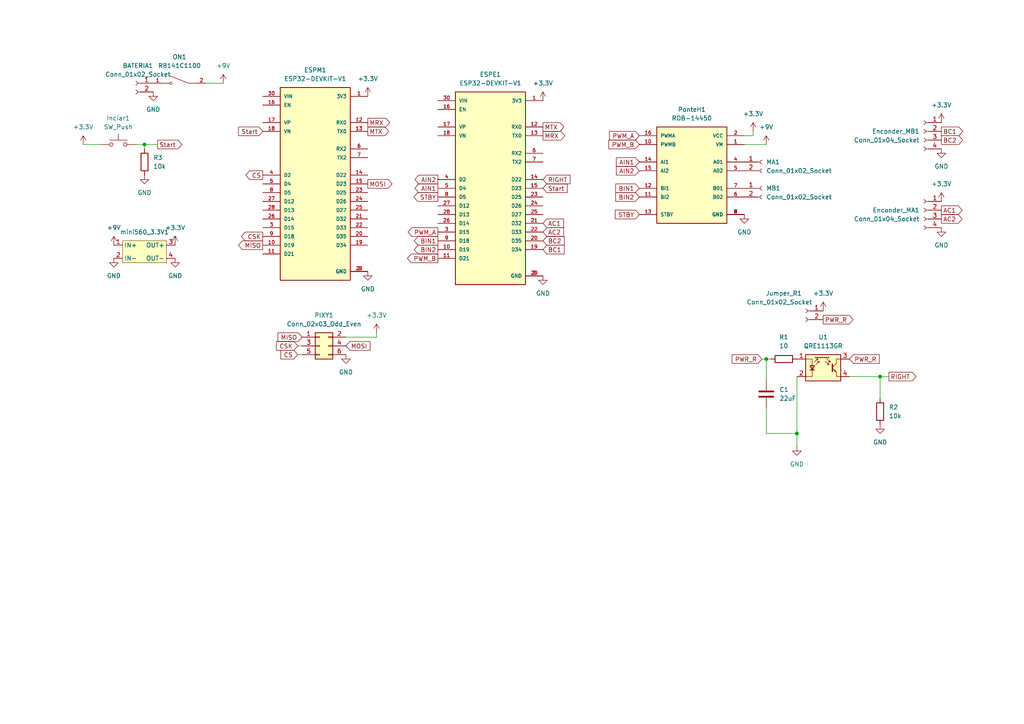
<source format=kicad_sch>
(kicad_sch (version 20230121) (generator eeschema)

  (uuid 9bf71ddb-0de6-4037-a254-f70dbdfba78f)

  (paper "A4")

  (lib_symbols
    (symbol "Connector:Conn_01x02_Socket" (pin_names (offset 1.016) hide) (in_bom yes) (on_board yes)
      (property "Reference" "J" (at 0 2.54 0)
        (effects (font (size 1.27 1.27)))
      )
      (property "Value" "Conn_01x02_Socket" (at 0 -5.08 0)
        (effects (font (size 1.27 1.27)))
      )
      (property "Footprint" "" (at 0 0 0)
        (effects (font (size 1.27 1.27)) hide)
      )
      (property "Datasheet" "~" (at 0 0 0)
        (effects (font (size 1.27 1.27)) hide)
      )
      (property "ki_locked" "" (at 0 0 0)
        (effects (font (size 1.27 1.27)))
      )
      (property "ki_keywords" "connector" (at 0 0 0)
        (effects (font (size 1.27 1.27)) hide)
      )
      (property "ki_description" "Generic connector, single row, 01x02, script generated" (at 0 0 0)
        (effects (font (size 1.27 1.27)) hide)
      )
      (property "ki_fp_filters" "Connector*:*_1x??_*" (at 0 0 0)
        (effects (font (size 1.27 1.27)) hide)
      )
      (symbol "Conn_01x02_Socket_1_1"
        (arc (start 0 -2.032) (mid -0.5058 -2.54) (end 0 -3.048)
          (stroke (width 0.1524) (type default))
          (fill (type none))
        )
        (polyline
          (pts
            (xy -1.27 -2.54)
            (xy -0.508 -2.54)
          )
          (stroke (width 0.1524) (type default))
          (fill (type none))
        )
        (polyline
          (pts
            (xy -1.27 0)
            (xy -0.508 0)
          )
          (stroke (width 0.1524) (type default))
          (fill (type none))
        )
        (arc (start 0 0.508) (mid -0.5058 0) (end 0 -0.508)
          (stroke (width 0.1524) (type default))
          (fill (type none))
        )
        (pin passive line (at -5.08 0 0) (length 3.81)
          (name "Pin_1" (effects (font (size 1.27 1.27))))
          (number "1" (effects (font (size 1.27 1.27))))
        )
        (pin passive line (at -5.08 -2.54 0) (length 3.81)
          (name "Pin_2" (effects (font (size 1.27 1.27))))
          (number "2" (effects (font (size 1.27 1.27))))
        )
      )
    )
    (symbol "Connector:Conn_01x04_Socket" (pin_names (offset 1.016) hide) (in_bom yes) (on_board yes)
      (property "Reference" "J" (at 0 5.08 0)
        (effects (font (size 1.27 1.27)))
      )
      (property "Value" "Conn_01x04_Socket" (at 0 -7.62 0)
        (effects (font (size 1.27 1.27)))
      )
      (property "Footprint" "" (at 0 0 0)
        (effects (font (size 1.27 1.27)) hide)
      )
      (property "Datasheet" "~" (at 0 0 0)
        (effects (font (size 1.27 1.27)) hide)
      )
      (property "ki_locked" "" (at 0 0 0)
        (effects (font (size 1.27 1.27)))
      )
      (property "ki_keywords" "connector" (at 0 0 0)
        (effects (font (size 1.27 1.27)) hide)
      )
      (property "ki_description" "Generic connector, single row, 01x04, script generated" (at 0 0 0)
        (effects (font (size 1.27 1.27)) hide)
      )
      (property "ki_fp_filters" "Connector*:*_1x??_*" (at 0 0 0)
        (effects (font (size 1.27 1.27)) hide)
      )
      (symbol "Conn_01x04_Socket_1_1"
        (arc (start 0 -4.572) (mid -0.5058 -5.08) (end 0 -5.588)
          (stroke (width 0.1524) (type default))
          (fill (type none))
        )
        (arc (start 0 -2.032) (mid -0.5058 -2.54) (end 0 -3.048)
          (stroke (width 0.1524) (type default))
          (fill (type none))
        )
        (polyline
          (pts
            (xy -1.27 -5.08)
            (xy -0.508 -5.08)
          )
          (stroke (width 0.1524) (type default))
          (fill (type none))
        )
        (polyline
          (pts
            (xy -1.27 -2.54)
            (xy -0.508 -2.54)
          )
          (stroke (width 0.1524) (type default))
          (fill (type none))
        )
        (polyline
          (pts
            (xy -1.27 0)
            (xy -0.508 0)
          )
          (stroke (width 0.1524) (type default))
          (fill (type none))
        )
        (polyline
          (pts
            (xy -1.27 2.54)
            (xy -0.508 2.54)
          )
          (stroke (width 0.1524) (type default))
          (fill (type none))
        )
        (arc (start 0 0.508) (mid -0.5058 0) (end 0 -0.508)
          (stroke (width 0.1524) (type default))
          (fill (type none))
        )
        (arc (start 0 3.048) (mid -0.5058 2.54) (end 0 2.032)
          (stroke (width 0.1524) (type default))
          (fill (type none))
        )
        (pin passive line (at -5.08 2.54 0) (length 3.81)
          (name "Pin_1" (effects (font (size 1.27 1.27))))
          (number "1" (effects (font (size 1.27 1.27))))
        )
        (pin passive line (at -5.08 0 0) (length 3.81)
          (name "Pin_2" (effects (font (size 1.27 1.27))))
          (number "2" (effects (font (size 1.27 1.27))))
        )
        (pin passive line (at -5.08 -2.54 0) (length 3.81)
          (name "Pin_3" (effects (font (size 1.27 1.27))))
          (number "3" (effects (font (size 1.27 1.27))))
        )
        (pin passive line (at -5.08 -5.08 0) (length 3.81)
          (name "Pin_4" (effects (font (size 1.27 1.27))))
          (number "4" (effects (font (size 1.27 1.27))))
        )
      )
    )
    (symbol "Connector_Generic:Conn_02x03_Odd_Even" (pin_names (offset 1.016) hide) (in_bom yes) (on_board yes)
      (property "Reference" "J" (at 1.27 5.08 0)
        (effects (font (size 1.27 1.27)))
      )
      (property "Value" "Conn_02x03_Odd_Even" (at 1.27 -5.08 0)
        (effects (font (size 1.27 1.27)))
      )
      (property "Footprint" "" (at 0 0 0)
        (effects (font (size 1.27 1.27)) hide)
      )
      (property "Datasheet" "~" (at 0 0 0)
        (effects (font (size 1.27 1.27)) hide)
      )
      (property "ki_keywords" "connector" (at 0 0 0)
        (effects (font (size 1.27 1.27)) hide)
      )
      (property "ki_description" "Generic connector, double row, 02x03, odd/even pin numbering scheme (row 1 odd numbers, row 2 even numbers), script generated (kicad-library-utils/schlib/autogen/connector/)" (at 0 0 0)
        (effects (font (size 1.27 1.27)) hide)
      )
      (property "ki_fp_filters" "Connector*:*_2x??_*" (at 0 0 0)
        (effects (font (size 1.27 1.27)) hide)
      )
      (symbol "Conn_02x03_Odd_Even_1_1"
        (rectangle (start -1.27 -2.413) (end 0 -2.667)
          (stroke (width 0.1524) (type default))
          (fill (type none))
        )
        (rectangle (start -1.27 0.127) (end 0 -0.127)
          (stroke (width 0.1524) (type default))
          (fill (type none))
        )
        (rectangle (start -1.27 2.667) (end 0 2.413)
          (stroke (width 0.1524) (type default))
          (fill (type none))
        )
        (rectangle (start -1.27 3.81) (end 3.81 -3.81)
          (stroke (width 0.254) (type default))
          (fill (type background))
        )
        (rectangle (start 3.81 -2.413) (end 2.54 -2.667)
          (stroke (width 0.1524) (type default))
          (fill (type none))
        )
        (rectangle (start 3.81 0.127) (end 2.54 -0.127)
          (stroke (width 0.1524) (type default))
          (fill (type none))
        )
        (rectangle (start 3.81 2.667) (end 2.54 2.413)
          (stroke (width 0.1524) (type default))
          (fill (type none))
        )
        (pin passive line (at -5.08 2.54 0) (length 3.81)
          (name "Pin_1" (effects (font (size 1.27 1.27))))
          (number "1" (effects (font (size 1.27 1.27))))
        )
        (pin passive line (at 7.62 2.54 180) (length 3.81)
          (name "Pin_2" (effects (font (size 1.27 1.27))))
          (number "2" (effects (font (size 1.27 1.27))))
        )
        (pin passive line (at -5.08 0 0) (length 3.81)
          (name "Pin_3" (effects (font (size 1.27 1.27))))
          (number "3" (effects (font (size 1.27 1.27))))
        )
        (pin passive line (at 7.62 0 180) (length 3.81)
          (name "Pin_4" (effects (font (size 1.27 1.27))))
          (number "4" (effects (font (size 1.27 1.27))))
        )
        (pin passive line (at -5.08 -2.54 0) (length 3.81)
          (name "Pin_5" (effects (font (size 1.27 1.27))))
          (number "5" (effects (font (size 1.27 1.27))))
        )
        (pin passive line (at 7.62 -2.54 180) (length 3.81)
          (name "Pin_6" (effects (font (size 1.27 1.27))))
          (number "6" (effects (font (size 1.27 1.27))))
        )
      )
    )
    (symbol "Device:C" (pin_numbers hide) (pin_names (offset 0.254)) (in_bom yes) (on_board yes)
      (property "Reference" "C" (at 0.635 2.54 0)
        (effects (font (size 1.27 1.27)) (justify left))
      )
      (property "Value" "C" (at 0.635 -2.54 0)
        (effects (font (size 1.27 1.27)) (justify left))
      )
      (property "Footprint" "" (at 0.9652 -3.81 0)
        (effects (font (size 1.27 1.27)) hide)
      )
      (property "Datasheet" "~" (at 0 0 0)
        (effects (font (size 1.27 1.27)) hide)
      )
      (property "ki_keywords" "cap capacitor" (at 0 0 0)
        (effects (font (size 1.27 1.27)) hide)
      )
      (property "ki_description" "Unpolarized capacitor" (at 0 0 0)
        (effects (font (size 1.27 1.27)) hide)
      )
      (property "ki_fp_filters" "C_*" (at 0 0 0)
        (effects (font (size 1.27 1.27)) hide)
      )
      (symbol "C_0_1"
        (polyline
          (pts
            (xy -2.032 -0.762)
            (xy 2.032 -0.762)
          )
          (stroke (width 0.508) (type default))
          (fill (type none))
        )
        (polyline
          (pts
            (xy -2.032 0.762)
            (xy 2.032 0.762)
          )
          (stroke (width 0.508) (type default))
          (fill (type none))
        )
      )
      (symbol "C_1_1"
        (pin passive line (at 0 3.81 270) (length 2.794)
          (name "~" (effects (font (size 1.27 1.27))))
          (number "1" (effects (font (size 1.27 1.27))))
        )
        (pin passive line (at 0 -3.81 90) (length 2.794)
          (name "~" (effects (font (size 1.27 1.27))))
          (number "2" (effects (font (size 1.27 1.27))))
        )
      )
    )
    (symbol "Device:R" (pin_numbers hide) (pin_names (offset 0)) (in_bom yes) (on_board yes)
      (property "Reference" "R" (at 2.032 0 90)
        (effects (font (size 1.27 1.27)))
      )
      (property "Value" "R" (at 0 0 90)
        (effects (font (size 1.27 1.27)))
      )
      (property "Footprint" "" (at -1.778 0 90)
        (effects (font (size 1.27 1.27)) hide)
      )
      (property "Datasheet" "~" (at 0 0 0)
        (effects (font (size 1.27 1.27)) hide)
      )
      (property "ki_keywords" "R res resistor" (at 0 0 0)
        (effects (font (size 1.27 1.27)) hide)
      )
      (property "ki_description" "Resistor" (at 0 0 0)
        (effects (font (size 1.27 1.27)) hide)
      )
      (property "ki_fp_filters" "R_*" (at 0 0 0)
        (effects (font (size 1.27 1.27)) hide)
      )
      (symbol "R_0_1"
        (rectangle (start -1.016 -2.54) (end 1.016 2.54)
          (stroke (width 0.254) (type default))
          (fill (type none))
        )
      )
      (symbol "R_1_1"
        (pin passive line (at 0 3.81 270) (length 1.27)
          (name "~" (effects (font (size 1.27 1.27))))
          (number "1" (effects (font (size 1.27 1.27))))
        )
        (pin passive line (at 0 -3.81 90) (length 1.27)
          (name "~" (effects (font (size 1.27 1.27))))
          (number "2" (effects (font (size 1.27 1.27))))
        )
      )
    )
    (symbol "ESP32-DEVKIT-V1:ESP32-DEVKIT-V1" (pin_names (offset 1.016)) (in_bom yes) (on_board yes)
      (property "Reference" "U" (at -10.16 30.48 0)
        (effects (font (size 1.27 1.27)) (justify left top))
      )
      (property "Value" "ESP32-DEVKIT-V1" (at -10.16 -30.48 0)
        (effects (font (size 1.27 1.27)) (justify left bottom))
      )
      (property "Footprint" "MODULE_ESP32_DEVKIT_V1" (at 0 0 0)
        (effects (font (size 1.27 1.27)) (justify bottom) hide)
      )
      (property "Datasheet" "" (at 0 0 0)
        (effects (font (size 1.27 1.27)) hide)
      )
      (property "PARTREV" "N/A" (at 0 0 0)
        (effects (font (size 1.27 1.27)) (justify bottom) hide)
      )
      (property "STANDARD" "Manufacturer Recommendations" (at 0 0 0)
        (effects (font (size 1.27 1.27)) (justify bottom) hide)
      )
      (property "MAXIMUM_PACKAGE_HEIGHT" "6.8 mm" (at 0 0 0)
        (effects (font (size 1.27 1.27)) (justify bottom) hide)
      )
      (property "MANUFACTURER" "DOIT" (at 0 0 0)
        (effects (font (size 1.27 1.27)) (justify bottom) hide)
      )
      (symbol "ESP32-DEVKIT-V1_0_0"
        (rectangle (start -10.16 -27.94) (end 10.16 27.94)
          (stroke (width 0.254) (type default))
          (fill (type background))
        )
        (pin output line (at 15.24 25.4 180) (length 5.08)
          (name "3V3" (effects (font (size 1.016 1.016))))
          (number "1" (effects (font (size 1.016 1.016))))
        )
        (pin bidirectional line (at -15.24 -17.78 0) (length 5.08)
          (name "D19" (effects (font (size 1.016 1.016))))
          (number "10" (effects (font (size 1.016 1.016))))
        )
        (pin bidirectional line (at -15.24 -20.32 0) (length 5.08)
          (name "D21" (effects (font (size 1.016 1.016))))
          (number "11" (effects (font (size 1.016 1.016))))
        )
        (pin input line (at 15.24 17.78 180) (length 5.08)
          (name "RX0" (effects (font (size 1.016 1.016))))
          (number "12" (effects (font (size 1.016 1.016))))
        )
        (pin output line (at 15.24 15.24 180) (length 5.08)
          (name "TX0" (effects (font (size 1.016 1.016))))
          (number "13" (effects (font (size 1.016 1.016))))
        )
        (pin bidirectional line (at 15.24 2.54 180) (length 5.08)
          (name "D22" (effects (font (size 1.016 1.016))))
          (number "14" (effects (font (size 1.016 1.016))))
        )
        (pin bidirectional line (at 15.24 0 180) (length 5.08)
          (name "D23" (effects (font (size 1.016 1.016))))
          (number "15" (effects (font (size 1.016 1.016))))
        )
        (pin input line (at -15.24 22.86 0) (length 5.08)
          (name "EN" (effects (font (size 1.016 1.016))))
          (number "16" (effects (font (size 1.016 1.016))))
        )
        (pin bidirectional line (at -15.24 17.78 0) (length 5.08)
          (name "VP" (effects (font (size 1.016 1.016))))
          (number "17" (effects (font (size 1.016 1.016))))
        )
        (pin bidirectional line (at -15.24 15.24 0) (length 5.08)
          (name "VN" (effects (font (size 1.016 1.016))))
          (number "18" (effects (font (size 1.016 1.016))))
        )
        (pin bidirectional line (at 15.24 -17.78 180) (length 5.08)
          (name "D34" (effects (font (size 1.016 1.016))))
          (number "19" (effects (font (size 1.016 1.016))))
        )
        (pin power_in line (at 15.24 -25.4 180) (length 5.08)
          (name "GND" (effects (font (size 1.016 1.016))))
          (number "2" (effects (font (size 1.016 1.016))))
        )
        (pin bidirectional line (at 15.24 -15.24 180) (length 5.08)
          (name "D35" (effects (font (size 1.016 1.016))))
          (number "20" (effects (font (size 1.016 1.016))))
        )
        (pin bidirectional line (at 15.24 -10.16 180) (length 5.08)
          (name "D32" (effects (font (size 1.016 1.016))))
          (number "21" (effects (font (size 1.016 1.016))))
        )
        (pin bidirectional line (at 15.24 -12.7 180) (length 5.08)
          (name "D33" (effects (font (size 1.016 1.016))))
          (number "22" (effects (font (size 1.016 1.016))))
        )
        (pin bidirectional line (at 15.24 -2.54 180) (length 5.08)
          (name "D25" (effects (font (size 1.016 1.016))))
          (number "23" (effects (font (size 1.016 1.016))))
        )
        (pin bidirectional line (at 15.24 -5.08 180) (length 5.08)
          (name "D26" (effects (font (size 1.016 1.016))))
          (number "24" (effects (font (size 1.016 1.016))))
        )
        (pin bidirectional line (at 15.24 -7.62 180) (length 5.08)
          (name "D27" (effects (font (size 1.016 1.016))))
          (number "25" (effects (font (size 1.016 1.016))))
        )
        (pin bidirectional line (at -15.24 -10.16 0) (length 5.08)
          (name "D14" (effects (font (size 1.016 1.016))))
          (number "26" (effects (font (size 1.016 1.016))))
        )
        (pin bidirectional line (at -15.24 -5.08 0) (length 5.08)
          (name "D12" (effects (font (size 1.016 1.016))))
          (number "27" (effects (font (size 1.016 1.016))))
        )
        (pin bidirectional line (at -15.24 -7.62 0) (length 5.08)
          (name "D13" (effects (font (size 1.016 1.016))))
          (number "28" (effects (font (size 1.016 1.016))))
        )
        (pin power_in line (at 15.24 -25.4 180) (length 5.08)
          (name "GND" (effects (font (size 1.016 1.016))))
          (number "29" (effects (font (size 1.016 1.016))))
        )
        (pin bidirectional line (at -15.24 -12.7 0) (length 5.08)
          (name "D15" (effects (font (size 1.016 1.016))))
          (number "3" (effects (font (size 1.016 1.016))))
        )
        (pin input line (at -15.24 25.4 0) (length 5.08)
          (name "VIN" (effects (font (size 1.016 1.016))))
          (number "30" (effects (font (size 1.016 1.016))))
        )
        (pin bidirectional line (at -15.24 2.54 0) (length 5.08)
          (name "D2" (effects (font (size 1.016 1.016))))
          (number "4" (effects (font (size 1.016 1.016))))
        )
        (pin bidirectional line (at -15.24 0 0) (length 5.08)
          (name "D4" (effects (font (size 1.016 1.016))))
          (number "5" (effects (font (size 1.016 1.016))))
        )
        (pin input line (at 15.24 10.16 180) (length 5.08)
          (name "RX2" (effects (font (size 1.016 1.016))))
          (number "6" (effects (font (size 1.016 1.016))))
        )
        (pin output line (at 15.24 7.62 180) (length 5.08)
          (name "TX2" (effects (font (size 1.016 1.016))))
          (number "7" (effects (font (size 1.016 1.016))))
        )
        (pin bidirectional line (at -15.24 -2.54 0) (length 5.08)
          (name "D5" (effects (font (size 1.016 1.016))))
          (number "8" (effects (font (size 1.016 1.016))))
        )
        (pin bidirectional line (at -15.24 -15.24 0) (length 5.08)
          (name "D18" (effects (font (size 1.016 1.016))))
          (number "9" (effects (font (size 1.016 1.016))))
        )
      )
    )
    (symbol "RB141C1100:RB141C1100" (pin_names (offset 1.016)) (in_bom yes) (on_board yes)
      (property "Reference" "S" (at -2.54 2.54 0)
        (effects (font (size 1.27 1.27)) (justify left bottom))
      )
      (property "Value" "RB141C1100" (at -2.54 -2.54 0)
        (effects (font (size 1.27 1.27)) (justify left top))
      )
      (property "Footprint" "SW_RB141C1100" (at 0 0 0)
        (effects (font (size 1.27 1.27)) (justify bottom) hide)
      )
      (property "Datasheet" "" (at 0 0 0)
        (effects (font (size 1.27 1.27)) hide)
      )
      (property "PARTREV" "C" (at 0 0 0)
        (effects (font (size 1.27 1.27)) (justify bottom) hide)
      )
      (property "STANDARD" "Manufacturer Recommendations" (at 0 0 0)
        (effects (font (size 1.27 1.27)) (justify bottom) hide)
      )
      (property "MAXIMUM_PACKAGE_HEIGHT" "25.9mm" (at 0 0 0)
        (effects (font (size 1.27 1.27)) (justify bottom) hide)
      )
      (property "MANUFACTURER" "E-SWITCH" (at 0 0 0)
        (effects (font (size 1.27 1.27)) (justify bottom) hide)
      )
      (symbol "RB141C1100_0_0"
        (polyline
          (pts
            (xy -2.54 0)
            (xy -5.08 0)
          )
          (stroke (width 0.1524) (type default))
          (fill (type none))
        )
        (polyline
          (pts
            (xy -2.54 0)
            (xy 2.794 2.1336)
          )
          (stroke (width 0.1524) (type default))
          (fill (type none))
        )
        (polyline
          (pts
            (xy 5.08 0)
            (xy 2.921 0)
          )
          (stroke (width 0.1524) (type default))
          (fill (type none))
        )
        (circle (center 2.54 0) (radius 0.3302)
          (stroke (width 0.1524) (type default))
          (fill (type none))
        )
        (pin passive line (at 7.62 0 180) (length 2.54)
          (name "~" (effects (font (size 1.016 1.016))))
          (number "1" (effects (font (size 1.016 1.016))))
        )
        (pin passive line (at -7.62 0 0) (length 2.54)
          (name "~" (effects (font (size 1.016 1.016))))
          (number "2" (effects (font (size 1.016 1.016))))
        )
      )
    )
    (symbol "ROB-14450:ROB-14450" (pin_names (offset 1.016)) (in_bom yes) (on_board yes)
      (property "Reference" "U" (at -10.16 16.002 0)
        (effects (font (size 1.27 1.27)) (justify left bottom))
      )
      (property "Value" "ROB-14450" (at -10.16 -15.24 0)
        (effects (font (size 1.27 1.27)) (justify left bottom))
      )
      (property "Footprint" "MODULE_ROB-14450" (at 0 0 0)
        (effects (font (size 1.27 1.27)) (justify bottom) hide)
      )
      (property "Datasheet" "" (at 0 0 0)
        (effects (font (size 1.27 1.27)) hide)
      )
      (property "PARTREV" "11-13-17" (at 0 0 0)
        (effects (font (size 1.27 1.27)) (justify bottom) hide)
      )
      (property "MANUFACTURER" "Sparkfun Electronics" (at 0 0 0)
        (effects (font (size 1.27 1.27)) (justify bottom) hide)
      )
      (property "STANDARD" "Manufacturer Recommendation" (at 0 0 0)
        (effects (font (size 1.27 1.27)) (justify bottom) hide)
      )
      (symbol "ROB-14450_0_0"
        (rectangle (start -10.16 -12.7) (end 10.16 15.24)
          (stroke (width 0.254) (type default))
          (fill (type background))
        )
        (pin power_in line (at 15.24 10.16 180) (length 5.08)
          (name "VM" (effects (font (size 1.016 1.016))))
          (number "1" (effects (font (size 1.016 1.016))))
        )
        (pin input line (at -15.24 10.16 0) (length 5.08)
          (name "PWMB" (effects (font (size 1.016 1.016))))
          (number "10" (effects (font (size 1.016 1.016))))
        )
        (pin input line (at -15.24 -5.08 0) (length 5.08)
          (name "BI2" (effects (font (size 1.016 1.016))))
          (number "11" (effects (font (size 1.016 1.016))))
        )
        (pin input line (at -15.24 -2.54 0) (length 5.08)
          (name "BI1" (effects (font (size 1.016 1.016))))
          (number "12" (effects (font (size 1.016 1.016))))
        )
        (pin input line (at -15.24 -10.16 0) (length 5.08)
          (name "STBY" (effects (font (size 1.016 1.016))))
          (number "13" (effects (font (size 1.016 1.016))))
        )
        (pin input line (at -15.24 5.08 0) (length 5.08)
          (name "AI1" (effects (font (size 1.016 1.016))))
          (number "14" (effects (font (size 1.016 1.016))))
        )
        (pin input line (at -15.24 2.54 0) (length 5.08)
          (name "AI2" (effects (font (size 1.016 1.016))))
          (number "15" (effects (font (size 1.016 1.016))))
        )
        (pin input line (at -15.24 12.7 0) (length 5.08)
          (name "PWMA" (effects (font (size 1.016 1.016))))
          (number "16" (effects (font (size 1.016 1.016))))
        )
        (pin power_in line (at 15.24 12.7 180) (length 5.08)
          (name "VCC" (effects (font (size 1.016 1.016))))
          (number "2" (effects (font (size 1.016 1.016))))
        )
        (pin power_in line (at 15.24 -10.16 180) (length 5.08)
          (name "GND" (effects (font (size 1.016 1.016))))
          (number "3" (effects (font (size 1.016 1.016))))
        )
        (pin output line (at 15.24 5.08 180) (length 5.08)
          (name "A01" (effects (font (size 1.016 1.016))))
          (number "4" (effects (font (size 1.016 1.016))))
        )
        (pin output line (at 15.24 2.54 180) (length 5.08)
          (name "A02" (effects (font (size 1.016 1.016))))
          (number "5" (effects (font (size 1.016 1.016))))
        )
        (pin output line (at 15.24 -5.08 180) (length 5.08)
          (name "B02" (effects (font (size 1.016 1.016))))
          (number "6" (effects (font (size 1.016 1.016))))
        )
        (pin output line (at 15.24 -2.54 180) (length 5.08)
          (name "B01" (effects (font (size 1.016 1.016))))
          (number "7" (effects (font (size 1.016 1.016))))
        )
        (pin power_in line (at 15.24 -10.16 180) (length 5.08)
          (name "GND" (effects (font (size 1.016 1.016))))
          (number "8" (effects (font (size 1.016 1.016))))
        )
        (pin power_in line (at 15.24 -10.16 180) (length 5.08)
          (name "GND" (effects (font (size 1.016 1.016))))
          (number "9" (effects (font (size 1.016 1.016))))
        )
      )
    )
    (symbol "Sensor_Proximity:QRE1113GR" (pin_names (offset 0.0254) hide) (in_bom yes) (on_board yes)
      (property "Reference" "U" (at -3.81 5.08 0)
        (effects (font (size 1.27 1.27)))
      )
      (property "Value" "QRE1113GR" (at 11.43 5.08 0)
        (effects (font (size 1.27 1.27)) (justify right))
      )
      (property "Footprint" "OptoDevice:OnSemi_CASE100CY" (at 0 -5.08 0)
        (effects (font (size 1.27 1.27)) hide)
      )
      (property "Datasheet" "http://www.onsemi.com/pub/Collateral/QRE1113-D.PDF" (at 0 2.54 0)
        (effects (font (size 1.27 1.27)) hide)
      )
      (property "ki_keywords" "Reflective Optical Sensor Opto reflex coupler" (at 0 0 0)
        (effects (font (size 1.27 1.27)) hide)
      )
      (property "ki_description" "Miniature Reflective Optical Object Sensor, SMD-4" (at 0 0 0)
        (effects (font (size 1.27 1.27)) hide)
      )
      (property "ki_fp_filters" "OnSemi*CASE100CY*" (at 0 0 0)
        (effects (font (size 1.27 1.27)) hide)
      )
      (symbol "QRE1113GR_0_1"
        (polyline
          (pts
            (xy -3.81 -0.635)
            (xy -2.54 -0.635)
          )
          (stroke (width 0.254) (type default))
          (fill (type none))
        )
        (polyline
          (pts
            (xy -2.286 2.921)
            (xy -2.032 3.175)
          )
          (stroke (width 0) (type default))
          (fill (type none))
        )
        (polyline
          (pts
            (xy -1.778 2.921)
            (xy -1.524 3.175)
          )
          (stroke (width 0) (type default))
          (fill (type none))
        )
        (polyline
          (pts
            (xy -1.524 2.667)
            (xy -1.651 2.159)
          )
          (stroke (width 0) (type default))
          (fill (type none))
        )
        (polyline
          (pts
            (xy -1.27 2.921)
            (xy -1.016 3.175)
          )
          (stroke (width 0) (type default))
          (fill (type none))
        )
        (polyline
          (pts
            (xy -1.143 1.905)
            (xy -1.27 1.397)
          )
          (stroke (width 0) (type default))
          (fill (type none))
        )
        (polyline
          (pts
            (xy -0.762 2.921)
            (xy -0.508 3.175)
          )
          (stroke (width 0) (type default))
          (fill (type none))
        )
        (polyline
          (pts
            (xy -0.254 2.921)
            (xy 0 3.175)
          )
          (stroke (width 0) (type default))
          (fill (type none))
        )
        (polyline
          (pts
            (xy 0.254 2.921)
            (xy 0.508 3.175)
          )
          (stroke (width 0) (type default))
          (fill (type none))
        )
        (polyline
          (pts
            (xy 0.762 2.921)
            (xy 1.016 3.175)
          )
          (stroke (width 0) (type default))
          (fill (type none))
        )
        (polyline
          (pts
            (xy 1.27 2.921)
            (xy 1.524 3.175)
          )
          (stroke (width 0) (type default))
          (fill (type none))
        )
        (polyline
          (pts
            (xy 1.651 0.889)
            (xy 1.143 1.016)
          )
          (stroke (width 0) (type default))
          (fill (type none))
        )
        (polyline
          (pts
            (xy 1.778 2.921)
            (xy -2.413 2.921)
          )
          (stroke (width 0) (type default))
          (fill (type none))
        )
        (polyline
          (pts
            (xy 2.032 1.651)
            (xy 1.524 1.778)
          )
          (stroke (width 0) (type default))
          (fill (type none))
        )
        (polyline
          (pts
            (xy 2.667 -0.127)
            (xy 3.81 -1.27)
          )
          (stroke (width 0) (type default))
          (fill (type none))
        )
        (polyline
          (pts
            (xy 2.667 0.127)
            (xy 3.81 1.27)
          )
          (stroke (width 0) (type default))
          (fill (type none))
        )
        (polyline
          (pts
            (xy -2.54 1.651)
            (xy -1.524 2.667)
            (xy -2.032 2.54)
          )
          (stroke (width 0) (type default))
          (fill (type none))
        )
        (polyline
          (pts
            (xy -2.159 0.889)
            (xy -1.143 1.905)
            (xy -1.651 1.778)
          )
          (stroke (width 0) (type default))
          (fill (type none))
        )
        (polyline
          (pts
            (xy 0.635 1.905)
            (xy 1.651 0.889)
            (xy 1.524 1.397)
          )
          (stroke (width 0) (type default))
          (fill (type none))
        )
        (polyline
          (pts
            (xy 1.016 2.667)
            (xy 2.032 1.651)
            (xy 1.905 2.159)
          )
          (stroke (width 0) (type default))
          (fill (type none))
        )
        (polyline
          (pts
            (xy 2.667 1.016)
            (xy 2.667 -1.016)
            (xy 2.667 -1.016)
          )
          (stroke (width 0.3556) (type default))
          (fill (type none))
        )
        (polyline
          (pts
            (xy 3.81 -1.27)
            (xy 3.81 -2.54)
            (xy 5.08 -2.54)
          )
          (stroke (width 0) (type default))
          (fill (type none))
        )
        (polyline
          (pts
            (xy 3.81 1.27)
            (xy 3.81 2.54)
            (xy 5.08 2.54)
          )
          (stroke (width 0) (type default))
          (fill (type none))
        )
        (polyline
          (pts
            (xy -5.08 -2.54)
            (xy -3.175 -2.54)
            (xy -3.175 2.54)
            (xy -5.08 2.54)
          )
          (stroke (width 0) (type default))
          (fill (type none))
        )
        (polyline
          (pts
            (xy -3.175 -0.635)
            (xy -3.81 0.635)
            (xy -2.54 0.635)
            (xy -3.175 -0.635)
          )
          (stroke (width 0.254) (type default))
          (fill (type none))
        )
        (polyline
          (pts
            (xy 3.683 -1.143)
            (xy 3.429 -0.635)
            (xy 3.175 -0.889)
            (xy 3.683 -1.143)
          )
          (stroke (width 0) (type default))
          (fill (type none))
        )
        (polyline
          (pts
            (xy -5.08 -3.81)
            (xy 5.08 -3.81)
            (xy 5.08 3.81)
            (xy -5.08 3.81)
            (xy -5.08 -3.81)
          )
          (stroke (width 0.254) (type default))
          (fill (type background))
        )
      )
      (symbol "QRE1113GR_1_1"
        (pin passive line (at -7.62 2.54 0) (length 2.54)
          (name "A" (effects (font (size 1.27 1.27))))
          (number "1" (effects (font (size 1.27 1.27))))
        )
        (pin passive line (at -7.62 -2.54 0) (length 2.54)
          (name "K" (effects (font (size 1.27 1.27))))
          (number "2" (effects (font (size 1.27 1.27))))
        )
        (pin open_collector line (at 7.62 2.54 180) (length 2.54)
          (name "~" (effects (font (size 1.27 1.27))))
          (number "3" (effects (font (size 1.27 1.27))))
        )
        (pin open_emitter line (at 7.62 -2.54 180) (length 2.54)
          (name "~" (effects (font (size 1.27 1.27))))
          (number "4" (effects (font (size 1.27 1.27))))
        )
      )
    )
    (symbol "Switch:SW_Push" (pin_numbers hide) (pin_names (offset 1.016) hide) (in_bom yes) (on_board yes)
      (property "Reference" "SW" (at 1.27 2.54 0)
        (effects (font (size 1.27 1.27)) (justify left))
      )
      (property "Value" "SW_Push" (at 0 -1.524 0)
        (effects (font (size 1.27 1.27)))
      )
      (property "Footprint" "" (at 0 5.08 0)
        (effects (font (size 1.27 1.27)) hide)
      )
      (property "Datasheet" "~" (at 0 5.08 0)
        (effects (font (size 1.27 1.27)) hide)
      )
      (property "ki_keywords" "switch normally-open pushbutton push-button" (at 0 0 0)
        (effects (font (size 1.27 1.27)) hide)
      )
      (property "ki_description" "Push button switch, generic, two pins" (at 0 0 0)
        (effects (font (size 1.27 1.27)) hide)
      )
      (symbol "SW_Push_0_1"
        (circle (center -2.032 0) (radius 0.508)
          (stroke (width 0) (type default))
          (fill (type none))
        )
        (polyline
          (pts
            (xy 0 1.27)
            (xy 0 3.048)
          )
          (stroke (width 0) (type default))
          (fill (type none))
        )
        (polyline
          (pts
            (xy 2.54 1.27)
            (xy -2.54 1.27)
          )
          (stroke (width 0) (type default))
          (fill (type none))
        )
        (circle (center 2.032 0) (radius 0.508)
          (stroke (width 0) (type default))
          (fill (type none))
        )
        (pin passive line (at -5.08 0 0) (length 2.54)
          (name "1" (effects (font (size 1.27 1.27))))
          (number "1" (effects (font (size 1.27 1.27))))
        )
        (pin passive line (at 5.08 0 180) (length 2.54)
          (name "2" (effects (font (size 1.27 1.27))))
          (number "2" (effects (font (size 1.27 1.27))))
        )
      )
    )
    (symbol "mini560_3.3V:mini560_3.3V" (in_bom yes) (on_board yes)
      (property "Reference" "mini560_3.3V" (at 0 8.89 0)
        (effects (font (size 1.27 1.27)))
      )
      (property "Value" "" (at 8.89 7.62 0)
        (effects (font (size 1.27 1.27)))
      )
      (property "Footprint" "" (at 8.89 7.62 0)
        (effects (font (size 1.27 1.27)) hide)
      )
      (property "Datasheet" "" (at 8.89 7.62 0)
        (effects (font (size 1.27 1.27)) hide)
      )
      (symbol "mini560_3.3V_1_1"
        (rectangle (start -6.35 6.35) (end 6.35 0)
          (stroke (width 0) (type default) (color 128 77 0 1))
          (fill (type background))
        )
        (pin power_in line (at -8.89 5.08 0) (length 2.54)
          (name "IN+" (effects (font (size 1.27 1.27))))
          (number "1" (effects (font (size 1.27 1.27))))
        )
        (pin power_in line (at -8.89 1.27 0) (length 2.54)
          (name "IN-" (effects (font (size 1.27 1.27))))
          (number "2" (effects (font (size 1.27 1.27))))
        )
        (pin power_out line (at 8.89 5.08 180) (length 2.54)
          (name "OUT+" (effects (font (size 1.27 1.27))))
          (number "3" (effects (font (size 1.27 1.27))))
        )
        (pin power_out line (at 8.89 1.27 180) (length 2.54)
          (name "OUT-" (effects (font (size 1.27 1.27))))
          (number "4" (effects (font (size 1.27 1.27))))
        )
      )
    )
    (symbol "power:+3.3V" (power) (pin_names (offset 0)) (in_bom yes) (on_board yes)
      (property "Reference" "#PWR" (at 0 -3.81 0)
        (effects (font (size 1.27 1.27)) hide)
      )
      (property "Value" "+3.3V" (at 0 3.556 0)
        (effects (font (size 1.27 1.27)))
      )
      (property "Footprint" "" (at 0 0 0)
        (effects (font (size 1.27 1.27)) hide)
      )
      (property "Datasheet" "" (at 0 0 0)
        (effects (font (size 1.27 1.27)) hide)
      )
      (property "ki_keywords" "global power" (at 0 0 0)
        (effects (font (size 1.27 1.27)) hide)
      )
      (property "ki_description" "Power symbol creates a global label with name \"+3.3V\"" (at 0 0 0)
        (effects (font (size 1.27 1.27)) hide)
      )
      (symbol "+3.3V_0_1"
        (polyline
          (pts
            (xy -0.762 1.27)
            (xy 0 2.54)
          )
          (stroke (width 0) (type default))
          (fill (type none))
        )
        (polyline
          (pts
            (xy 0 0)
            (xy 0 2.54)
          )
          (stroke (width 0) (type default))
          (fill (type none))
        )
        (polyline
          (pts
            (xy 0 2.54)
            (xy 0.762 1.27)
          )
          (stroke (width 0) (type default))
          (fill (type none))
        )
      )
      (symbol "+3.3V_1_1"
        (pin power_in line (at 0 0 90) (length 0) hide
          (name "+3.3V" (effects (font (size 1.27 1.27))))
          (number "1" (effects (font (size 1.27 1.27))))
        )
      )
    )
    (symbol "power:+9V" (power) (pin_names (offset 0)) (in_bom yes) (on_board yes)
      (property "Reference" "#PWR" (at 0 -3.81 0)
        (effects (font (size 1.27 1.27)) hide)
      )
      (property "Value" "+9V" (at 0 3.556 0)
        (effects (font (size 1.27 1.27)))
      )
      (property "Footprint" "" (at 0 0 0)
        (effects (font (size 1.27 1.27)) hide)
      )
      (property "Datasheet" "" (at 0 0 0)
        (effects (font (size 1.27 1.27)) hide)
      )
      (property "ki_keywords" "global power" (at 0 0 0)
        (effects (font (size 1.27 1.27)) hide)
      )
      (property "ki_description" "Power symbol creates a global label with name \"+9V\"" (at 0 0 0)
        (effects (font (size 1.27 1.27)) hide)
      )
      (symbol "+9V_0_1"
        (polyline
          (pts
            (xy -0.762 1.27)
            (xy 0 2.54)
          )
          (stroke (width 0) (type default))
          (fill (type none))
        )
        (polyline
          (pts
            (xy 0 0)
            (xy 0 2.54)
          )
          (stroke (width 0) (type default))
          (fill (type none))
        )
        (polyline
          (pts
            (xy 0 2.54)
            (xy 0.762 1.27)
          )
          (stroke (width 0) (type default))
          (fill (type none))
        )
      )
      (symbol "+9V_1_1"
        (pin power_in line (at 0 0 90) (length 0) hide
          (name "+9V" (effects (font (size 1.27 1.27))))
          (number "1" (effects (font (size 1.27 1.27))))
        )
      )
    )
    (symbol "power:GND" (power) (pin_names (offset 0)) (in_bom yes) (on_board yes)
      (property "Reference" "#PWR" (at 0 -6.35 0)
        (effects (font (size 1.27 1.27)) hide)
      )
      (property "Value" "GND" (at 0 -3.81 0)
        (effects (font (size 1.27 1.27)))
      )
      (property "Footprint" "" (at 0 0 0)
        (effects (font (size 1.27 1.27)) hide)
      )
      (property "Datasheet" "" (at 0 0 0)
        (effects (font (size 1.27 1.27)) hide)
      )
      (property "ki_keywords" "global power" (at 0 0 0)
        (effects (font (size 1.27 1.27)) hide)
      )
      (property "ki_description" "Power symbol creates a global label with name \"GND\" , ground" (at 0 0 0)
        (effects (font (size 1.27 1.27)) hide)
      )
      (symbol "GND_0_1"
        (polyline
          (pts
            (xy 0 0)
            (xy 0 -1.27)
            (xy 1.27 -1.27)
            (xy 0 -2.54)
            (xy -1.27 -1.27)
            (xy 0 -1.27)
          )
          (stroke (width 0) (type default))
          (fill (type none))
        )
      )
      (symbol "GND_1_1"
        (pin power_in line (at 0 0 270) (length 0) hide
          (name "GND" (effects (font (size 1.27 1.27))))
          (number "1" (effects (font (size 1.27 1.27))))
        )
      )
    )
  )

  (junction (at 231.14 125.73) (diameter 0) (color 0 0 0 0)
    (uuid 313a25f8-01bf-4c4c-be66-2fc414a326c1)
  )
  (junction (at 222.25 104.14) (diameter 0) (color 0 0 0 0)
    (uuid 37131750-d709-4f07-b9a9-fee0ecac76f3)
  )
  (junction (at 255.27 109.22) (diameter 0) (color 0 0 0 0)
    (uuid b94f2a5b-187c-416a-adc2-09b0d45d9400)
  )
  (junction (at 41.91 41.91) (diameter 0) (color 0 0 0 0)
    (uuid d3755a77-bc1b-4fbb-9809-e494c3d1ab2a)
  )

  (wire (pts (xy 255.27 109.22) (xy 257.81 109.22))
    (stroke (width 0) (type default))
    (uuid 02a0c98c-a621-4d9a-bacf-a8b520763a2b)
  )
  (wire (pts (xy 231.14 109.22) (xy 231.14 125.73))
    (stroke (width 0) (type default))
    (uuid 1a7a6b90-83a5-4f82-b80f-9d2b43705d69)
  )
  (wire (pts (xy 220.98 104.14) (xy 222.25 104.14))
    (stroke (width 0) (type default))
    (uuid 1e8f0b61-ced8-4f0c-b028-488aa43461e2)
  )
  (wire (pts (xy 231.14 129.54) (xy 231.14 125.73))
    (stroke (width 0) (type default))
    (uuid 28adbff0-34ab-45cb-a3c2-80a6865b4fe4)
  )
  (wire (pts (xy 41.91 41.91) (xy 45.72 41.91))
    (stroke (width 0) (type default))
    (uuid 2c971ade-b6b3-4d2c-83d2-848d1de92f42)
  )
  (wire (pts (xy 222.25 118.11) (xy 222.25 125.73))
    (stroke (width 0) (type default))
    (uuid 313cbe4a-dcc8-47a3-922b-07f1ea63f0b9)
  )
  (wire (pts (xy 255.27 109.22) (xy 255.27 115.57))
    (stroke (width 0) (type default))
    (uuid 5aec322b-2576-43cc-b3e8-f467d768a7e2)
  )
  (wire (pts (xy 100.33 97.79) (xy 109.22 97.79))
    (stroke (width 0) (type default))
    (uuid 5b63db5e-a852-47e8-9b86-2a04324a9935)
  )
  (wire (pts (xy 59.69 24.13) (xy 64.77 24.13))
    (stroke (width 0) (type default))
    (uuid 8a4319a3-995a-4371-897e-3ed8b4ddee00)
  )
  (wire (pts (xy 41.91 41.91) (xy 39.37 41.91))
    (stroke (width 0) (type default))
    (uuid 8efb43a1-4668-410d-9a3d-edb15aeea2fe)
  )
  (wire (pts (xy 218.44 39.37) (xy 218.44 38.1))
    (stroke (width 0) (type default))
    (uuid 9465ba5c-65aa-43c0-bd1a-49ba83af0fd7)
  )
  (wire (pts (xy 109.22 96.52) (xy 109.22 97.79))
    (stroke (width 0) (type default))
    (uuid a1038657-3a19-4a9a-a911-eeb0cd91c4ec)
  )
  (wire (pts (xy 41.91 41.91) (xy 41.91 43.18))
    (stroke (width 0) (type default))
    (uuid a44d813d-864e-4f83-a583-cd05cd17f235)
  )
  (wire (pts (xy 222.25 110.49) (xy 222.25 104.14))
    (stroke (width 0) (type default))
    (uuid b1e6b7a0-a3dc-4812-80f1-16b673075536)
  )
  (wire (pts (xy 215.9 41.91) (xy 222.25 41.91))
    (stroke (width 0) (type default))
    (uuid c800e78b-5eea-4191-b819-accb51ba428b)
  )
  (wire (pts (xy 246.38 109.22) (xy 255.27 109.22))
    (stroke (width 0) (type default))
    (uuid cc6728d5-1125-47b3-9684-8347f8526fdc)
  )
  (wire (pts (xy 24.13 41.91) (xy 29.21 41.91))
    (stroke (width 0) (type default))
    (uuid d43f0d75-ded8-4a2c-90aa-3d12a4d684f3)
  )
  (wire (pts (xy 215.9 39.37) (xy 218.44 39.37))
    (stroke (width 0) (type default))
    (uuid d71515da-306b-4778-8a36-8afa1bd455c0)
  )
  (wire (pts (xy 222.25 104.14) (xy 223.52 104.14))
    (stroke (width 0) (type default))
    (uuid df6e02e9-eafc-46ce-a988-b35d25be7f18)
  )
  (wire (pts (xy 222.25 125.73) (xy 231.14 125.73))
    (stroke (width 0) (type default))
    (uuid e4c89cf4-7bc2-47d7-9ac0-68bb995e141e)
  )
  (wire (pts (xy 86.36 100.33) (xy 87.63 100.33))
    (stroke (width 0) (type default))
    (uuid ee2feda0-19e0-4eb1-8a30-810737ad589d)
  )
  (wire (pts (xy 86.36 102.87) (xy 87.63 102.87))
    (stroke (width 0) (type default))
    (uuid fcac76a8-9667-47ed-b62d-79b3229813b8)
  )

  (global_label "PWM_A" (shape input) (at 185.42 39.37 180) (fields_autoplaced)
    (effects (font (size 1.27 1.27)) (justify right))
    (uuid 02177363-299d-49e7-8851-883354afbe44)
    (property "Intersheetrefs" "${INTERSHEET_REFS}" (at 176.2852 39.37 0)
      (effects (font (size 1.27 1.27)) (justify right) hide)
    )
  )
  (global_label "STBY" (shape input) (at 185.42 62.23 180) (fields_autoplaced)
    (effects (font (size 1.27 1.27)) (justify right))
    (uuid 03146bb4-405b-4ecd-af60-1df286266d6c)
    (property "Intersheetrefs" "${INTERSHEET_REFS}" (at 177.9785 62.23 0)
      (effects (font (size 1.27 1.27)) (justify right) hide)
    )
  )
  (global_label "MRX" (shape output) (at 106.68 35.56 0) (fields_autoplaced)
    (effects (font (size 1.27 1.27)) (justify left))
    (uuid 081d6f9e-e084-4394-9417-e86ae5848ee3)
    (property "Intersheetrefs" "${INTERSHEET_REFS}" (at 113.5167 35.56 0)
      (effects (font (size 1.27 1.27)) (justify left) hide)
    )
  )
  (global_label "AC2" (shape input) (at 157.48 67.31 0) (fields_autoplaced)
    (effects (font (size 1.27 1.27)) (justify left))
    (uuid 0b5a9881-f0bb-48b9-b28c-40e94052befb)
    (property "Intersheetrefs" "${INTERSHEET_REFS}" (at 163.9539 67.31 0)
      (effects (font (size 1.27 1.27)) (justify left) hide)
    )
  )
  (global_label "MTX" (shape output) (at 106.68 38.1 0) (fields_autoplaced)
    (effects (font (size 1.27 1.27)) (justify left))
    (uuid 10c4e713-877d-4a06-961a-5b8b8b602ce2)
    (property "Intersheetrefs" "${INTERSHEET_REFS}" (at 113.2143 38.1 0)
      (effects (font (size 1.27 1.27)) (justify left) hide)
    )
  )
  (global_label "AIN2" (shape input) (at 185.42 49.53 180) (fields_autoplaced)
    (effects (font (size 1.27 1.27)) (justify right))
    (uuid 19966138-80cc-4d7c-9d53-e4f59d887c70)
    (property "Intersheetrefs" "${INTERSHEET_REFS}" (at 178.2808 49.53 0)
      (effects (font (size 1.27 1.27)) (justify right) hide)
    )
  )
  (global_label "BC2" (shape input) (at 157.48 69.85 0) (fields_autoplaced)
    (effects (font (size 1.27 1.27)) (justify left))
    (uuid 1b47e67d-921f-4704-b0f4-574be5adc567)
    (property "Intersheetrefs" "${INTERSHEET_REFS}" (at 164.1353 69.85 0)
      (effects (font (size 1.27 1.27)) (justify left) hide)
    )
  )
  (global_label "PWM_B" (shape output) (at 127 74.93 180) (fields_autoplaced)
    (effects (font (size 1.27 1.27)) (justify right))
    (uuid 27740da3-ba98-4fa4-b4ef-96abc0100949)
    (property "Intersheetrefs" "${INTERSHEET_REFS}" (at 117.6838 74.93 0)
      (effects (font (size 1.27 1.27)) (justify right) hide)
    )
  )
  (global_label "PWM_B" (shape input) (at 185.42 41.91 180) (fields_autoplaced)
    (effects (font (size 1.27 1.27)) (justify right))
    (uuid 3235018b-6069-4c7c-bdf5-c8e3ffc920de)
    (property "Intersheetrefs" "${INTERSHEET_REFS}" (at 176.1038 41.91 0)
      (effects (font (size 1.27 1.27)) (justify right) hide)
    )
  )
  (global_label "MOSI" (shape output) (at 106.68 53.34 0) (fields_autoplaced)
    (effects (font (size 1.27 1.27)) (justify left))
    (uuid 3362ed49-20ba-4bea-bb1c-8d34e39c0f01)
    (property "Intersheetrefs" "${INTERSHEET_REFS}" (at 114.182 53.34 0)
      (effects (font (size 1.27 1.27)) (justify left) hide)
    )
  )
  (global_label "BC1" (shape input) (at 157.48 72.39 0) (fields_autoplaced)
    (effects (font (size 1.27 1.27)) (justify left))
    (uuid 38183322-b82e-4c97-8bd6-feabcf295483)
    (property "Intersheetrefs" "${INTERSHEET_REFS}" (at 164.1353 72.39 0)
      (effects (font (size 1.27 1.27)) (justify left) hide)
    )
  )
  (global_label "PWM_A" (shape output) (at 127 67.31 180) (fields_autoplaced)
    (effects (font (size 1.27 1.27)) (justify right))
    (uuid 388e3095-4d00-4137-b0bf-3978dba10253)
    (property "Intersheetrefs" "${INTERSHEET_REFS}" (at 117.8652 67.31 0)
      (effects (font (size 1.27 1.27)) (justify right) hide)
    )
  )
  (global_label "Start" (shape input) (at 157.48 54.61 0) (fields_autoplaced)
    (effects (font (size 1.27 1.27)) (justify left))
    (uuid 3f66daa2-9ae1-4c76-b866-05ffd891fec4)
    (property "Intersheetrefs" "${INTERSHEET_REFS}" (at 164.9819 54.61 0)
      (effects (font (size 1.27 1.27)) (justify left) hide)
    )
  )
  (global_label "RIGHT" (shape input) (at 157.48 52.07 0) (fields_autoplaced)
    (effects (font (size 1.27 1.27)) (justify left))
    (uuid 41b0cc78-7bfd-4e55-92d1-f416e1eb181b)
    (property "Intersheetrefs" "${INTERSHEET_REFS}" (at 165.8287 52.07 0)
      (effects (font (size 1.27 1.27)) (justify left) hide)
    )
  )
  (global_label "CS" (shape input) (at 86.36 102.87 180) (fields_autoplaced)
    (effects (font (size 1.27 1.27)) (justify right))
    (uuid 4e67c076-c4d3-415a-b608-f9048a9578ef)
    (property "Intersheetrefs" "${INTERSHEET_REFS}" (at 80.9747 102.87 0)
      (effects (font (size 1.27 1.27)) (justify right) hide)
    )
  )
  (global_label "AIN2" (shape output) (at 127 52.07 180) (fields_autoplaced)
    (effects (font (size 1.27 1.27)) (justify right))
    (uuid 4e6e26fb-4191-4bff-8efe-7a9f493de837)
    (property "Intersheetrefs" "${INTERSHEET_REFS}" (at 119.8608 52.07 0)
      (effects (font (size 1.27 1.27)) (justify right) hide)
    )
  )
  (global_label "MISO" (shape output) (at 76.2 71.12 180) (fields_autoplaced)
    (effects (font (size 1.27 1.27)) (justify right))
    (uuid 64eeb443-0c89-4358-80b1-378fdb44fc0b)
    (property "Intersheetrefs" "${INTERSHEET_REFS}" (at 68.698 71.12 0)
      (effects (font (size 1.27 1.27)) (justify right) hide)
    )
  )
  (global_label "CS" (shape output) (at 76.2 50.8 180) (fields_autoplaced)
    (effects (font (size 1.27 1.27)) (justify right))
    (uuid 6dd9385b-0ee6-4e93-a47d-7869e006ed50)
    (property "Intersheetrefs" "${INTERSHEET_REFS}" (at 70.8147 50.8 0)
      (effects (font (size 1.27 1.27)) (justify right) hide)
    )
  )
  (global_label "BC2" (shape output) (at 273.05 40.64 0) (fields_autoplaced)
    (effects (font (size 1.27 1.27)) (justify left))
    (uuid 7d856927-b5b0-47e7-9b43-283c3b42234f)
    (property "Intersheetrefs" "${INTERSHEET_REFS}" (at 279.7053 40.64 0)
      (effects (font (size 1.27 1.27)) (justify left) hide)
    )
  )
  (global_label "BC1" (shape output) (at 273.05 38.1 0) (fields_autoplaced)
    (effects (font (size 1.27 1.27)) (justify left))
    (uuid 8a522f70-03de-499a-8898-9178531f138e)
    (property "Intersheetrefs" "${INTERSHEET_REFS}" (at 279.7053 38.1 0)
      (effects (font (size 1.27 1.27)) (justify left) hide)
    )
  )
  (global_label "AC1" (shape input) (at 157.48 64.77 0) (fields_autoplaced)
    (effects (font (size 1.27 1.27)) (justify left))
    (uuid 8e071ee1-5f7e-4e19-8558-99d49f74993a)
    (property "Intersheetrefs" "${INTERSHEET_REFS}" (at 163.9539 64.77 0)
      (effects (font (size 1.27 1.27)) (justify left) hide)
    )
  )
  (global_label "BIN1" (shape output) (at 127 69.85 180) (fields_autoplaced)
    (effects (font (size 1.27 1.27)) (justify right))
    (uuid 91efe25e-2f31-4623-a23f-d5317f04b89c)
    (property "Intersheetrefs" "${INTERSHEET_REFS}" (at 119.6794 69.85 0)
      (effects (font (size 1.27 1.27)) (justify right) hide)
    )
  )
  (global_label "AC2" (shape output) (at 273.05 63.5 0) (fields_autoplaced)
    (effects (font (size 1.27 1.27)) (justify left))
    (uuid 9c86fcb4-3a7b-41eb-8269-0d5942e1e927)
    (property "Intersheetrefs" "${INTERSHEET_REFS}" (at 279.5239 63.5 0)
      (effects (font (size 1.27 1.27)) (justify left) hide)
    )
  )
  (global_label "MTX" (shape output) (at 157.48 36.83 0) (fields_autoplaced)
    (effects (font (size 1.27 1.27)) (justify left))
    (uuid a766d0f7-ffb8-452c-a92c-02862c657f21)
    (property "Intersheetrefs" "${INTERSHEET_REFS}" (at 164.0143 36.83 0)
      (effects (font (size 1.27 1.27)) (justify left) hide)
    )
  )
  (global_label "Start" (shape input) (at 76.2 38.1 180) (fields_autoplaced)
    (effects (font (size 1.27 1.27)) (justify right))
    (uuid b0414ee8-096a-4a12-959d-071ecfc06d4d)
    (property "Intersheetrefs" "${INTERSHEET_REFS}" (at 68.6981 38.1 0)
      (effects (font (size 1.27 1.27)) (justify right) hide)
    )
  )
  (global_label "BIN1" (shape input) (at 185.42 54.61 180) (fields_autoplaced)
    (effects (font (size 1.27 1.27)) (justify right))
    (uuid bb328f41-0e2d-4b2b-81f3-1366f249f882)
    (property "Intersheetrefs" "${INTERSHEET_REFS}" (at 178.0994 54.61 0)
      (effects (font (size 1.27 1.27)) (justify right) hide)
    )
  )
  (global_label "BIN2" (shape input) (at 185.42 57.15 180) (fields_autoplaced)
    (effects (font (size 1.27 1.27)) (justify right))
    (uuid c01832b5-d172-42ef-aef6-59798eb59e24)
    (property "Intersheetrefs" "${INTERSHEET_REFS}" (at 178.0994 57.15 0)
      (effects (font (size 1.27 1.27)) (justify right) hide)
    )
  )
  (global_label "Start" (shape output) (at 45.72 41.91 0) (fields_autoplaced)
    (effects (font (size 1.27 1.27)) (justify left))
    (uuid c3610c60-3a0f-4d98-90f3-cffe553ab98c)
    (property "Intersheetrefs" "${INTERSHEET_REFS}" (at 53.2219 41.91 0)
      (effects (font (size 1.27 1.27)) (justify left) hide)
    )
  )
  (global_label "MISO" (shape input) (at 87.63 97.79 180) (fields_autoplaced)
    (effects (font (size 1.27 1.27)) (justify right))
    (uuid c4d1aaa6-8b55-46f8-941e-c88366fb8e68)
    (property "Intersheetrefs" "${INTERSHEET_REFS}" (at 80.128 97.79 0)
      (effects (font (size 1.27 1.27)) (justify right) hide)
    )
  )
  (global_label "STBY" (shape output) (at 127 57.15 180) (fields_autoplaced)
    (effects (font (size 1.27 1.27)) (justify right))
    (uuid cab5b1bb-e669-4f8f-9160-65bf59e22e1b)
    (property "Intersheetrefs" "${INTERSHEET_REFS}" (at 119.5585 57.15 0)
      (effects (font (size 1.27 1.27)) (justify right) hide)
    )
  )
  (global_label "CSK" (shape input) (at 86.36 100.33 180) (fields_autoplaced)
    (effects (font (size 1.27 1.27)) (justify right))
    (uuid d74610d2-ebac-41af-940d-86f07762e9b8)
    (property "Intersheetrefs" "${INTERSHEET_REFS}" (at 79.7047 100.33 0)
      (effects (font (size 1.27 1.27)) (justify right) hide)
    )
  )
  (global_label "PWR_R" (shape input) (at 246.38 104.14 0) (fields_autoplaced)
    (effects (font (size 1.27 1.27)) (justify left))
    (uuid d94e3b6d-b383-45f0-a7e3-2d57ca3819d1)
    (property "Intersheetrefs" "${INTERSHEET_REFS}" (at 255.5148 104.14 0)
      (effects (font (size 1.27 1.27)) (justify left) hide)
    )
  )
  (global_label "PWR_R" (shape output) (at 238.76 92.71 0) (fields_autoplaced)
    (effects (font (size 1.27 1.27)) (justify left))
    (uuid dc5bd0f4-0450-4a2b-b7f4-86bec6dcb620)
    (property "Intersheetrefs" "${INTERSHEET_REFS}" (at 247.8948 92.71 0)
      (effects (font (size 1.27 1.27)) (justify left) hide)
    )
  )
  (global_label "RIGHT" (shape output) (at 257.81 109.22 0) (fields_autoplaced)
    (effects (font (size 1.27 1.27)) (justify left))
    (uuid e1a665af-7d4a-42d9-9985-8b402d08aed5)
    (property "Intersheetrefs" "${INTERSHEET_REFS}" (at 266.1587 109.22 0)
      (effects (font (size 1.27 1.27)) (justify left) hide)
    )
  )
  (global_label "PWR_R" (shape input) (at 220.98 104.14 180) (fields_autoplaced)
    (effects (font (size 1.27 1.27)) (justify right))
    (uuid e78bca4b-693f-4db7-8909-007cb0f6300c)
    (property "Intersheetrefs" "${INTERSHEET_REFS}" (at 211.8452 104.14 0)
      (effects (font (size 1.27 1.27)) (justify right) hide)
    )
  )
  (global_label "BIN2" (shape output) (at 127 72.39 180) (fields_autoplaced)
    (effects (font (size 1.27 1.27)) (justify right))
    (uuid f0e6ac6b-d8e1-4135-b423-59bcf4d747dd)
    (property "Intersheetrefs" "${INTERSHEET_REFS}" (at 119.6794 72.39 0)
      (effects (font (size 1.27 1.27)) (justify right) hide)
    )
  )
  (global_label "AIN1" (shape output) (at 127 54.61 180) (fields_autoplaced)
    (effects (font (size 1.27 1.27)) (justify right))
    (uuid f2315ae6-601f-450b-9088-7c37130f626d)
    (property "Intersheetrefs" "${INTERSHEET_REFS}" (at 119.8608 54.61 0)
      (effects (font (size 1.27 1.27)) (justify right) hide)
    )
  )
  (global_label "MOSI" (shape input) (at 100.33 100.33 0) (fields_autoplaced)
    (effects (font (size 1.27 1.27)) (justify left))
    (uuid f3b96fb7-0288-48a0-bb56-87a4e3b6a9a3)
    (property "Intersheetrefs" "${INTERSHEET_REFS}" (at 107.832 100.33 0)
      (effects (font (size 1.27 1.27)) (justify left) hide)
    )
  )
  (global_label "CSK" (shape output) (at 76.2 68.58 180) (fields_autoplaced)
    (effects (font (size 1.27 1.27)) (justify right))
    (uuid f3e55d0b-f6c0-4c7f-85cb-405e9b30e6a8)
    (property "Intersheetrefs" "${INTERSHEET_REFS}" (at 69.5447 68.58 0)
      (effects (font (size 1.27 1.27)) (justify right) hide)
    )
  )
  (global_label "AIN1" (shape input) (at 185.42 46.99 180) (fields_autoplaced)
    (effects (font (size 1.27 1.27)) (justify right))
    (uuid fa74c080-2d3b-439c-99c0-caaf05ae66d6)
    (property "Intersheetrefs" "${INTERSHEET_REFS}" (at 178.2808 46.99 0)
      (effects (font (size 1.27 1.27)) (justify right) hide)
    )
  )
  (global_label "AC1" (shape output) (at 273.05 60.96 0) (fields_autoplaced)
    (effects (font (size 1.27 1.27)) (justify left))
    (uuid fc5a1952-39b3-4a44-abf4-5c1336754dfb)
    (property "Intersheetrefs" "${INTERSHEET_REFS}" (at 279.5239 60.96 0)
      (effects (font (size 1.27 1.27)) (justify left) hide)
    )
  )
  (global_label "MRX" (shape output) (at 157.48 39.37 0) (fields_autoplaced)
    (effects (font (size 1.27 1.27)) (justify left))
    (uuid ff5a4707-1e12-4536-8e3f-02ab7626670e)
    (property "Intersheetrefs" "${INTERSHEET_REFS}" (at 164.3167 39.37 0)
      (effects (font (size 1.27 1.27)) (justify left) hide)
    )
  )

  (symbol (lib_id "Connector:Conn_01x04_Socket") (at 267.97 60.96 0) (mirror y) (unit 1)
    (in_bom yes) (on_board yes) (dnp no)
    (uuid 000a0cb5-c413-4083-8ab5-744ae010e865)
    (property "Reference" "Enconder_MA1" (at 266.7 60.96 0)
      (effects (font (size 1.27 1.27)) (justify left))
    )
    (property "Value" "Conn_01x04_Socket" (at 266.7 63.5 0)
      (effects (font (size 1.27 1.27)) (justify left))
    )
    (property "Footprint" "Connector_JST:JST_EH_B4B-EH-A_1x04_P2.50mm_Vertical" (at 267.97 60.96 0)
      (effects (font (size 1.27 1.27)) hide)
    )
    (property "Datasheet" "~" (at 267.97 60.96 0)
      (effects (font (size 1.27 1.27)) hide)
    )
    (pin "1" (uuid 12e686d8-988a-4b43-a699-62ccadb55388))
    (pin "2" (uuid 6118eba6-109a-42b4-b4b3-f11f66001e77))
    (pin "3" (uuid dfd31602-8560-4ece-b4b2-b52898b5882e))
    (pin "4" (uuid 5b49f94a-04bf-4adb-9e5d-d965f684dd88))
    (instances
      (project "preditivo"
        (path "/9bf71ddb-0de6-4037-a254-f70dbdfba78f"
          (reference "Enconder_MA1") (unit 1)
        )
      )
    )
  )

  (symbol (lib_id "Switch:SW_Push") (at 34.29 41.91 0) (unit 1)
    (in_bom yes) (on_board yes) (dnp no) (fields_autoplaced)
    (uuid 03763f13-db85-4075-9e09-e9074227b449)
    (property "Reference" "Inciar1" (at 34.29 34.29 0)
      (effects (font (size 1.27 1.27)))
    )
    (property "Value" "SW_Push" (at 34.29 36.83 0)
      (effects (font (size 1.27 1.27)))
    )
    (property "Footprint" "Button_Switch_THT:SW_PUSH_6mm" (at 34.29 36.83 0)
      (effects (font (size 1.27 1.27)) hide)
    )
    (property "Datasheet" "~" (at 34.29 36.83 0)
      (effects (font (size 1.27 1.27)) hide)
    )
    (pin "1" (uuid 09b5651d-29b9-4ca2-906c-bdbbbd4df39f))
    (pin "2" (uuid 5138a6de-8a85-456e-91fe-7369cc131875))
    (instances
      (project "preditivo"
        (path "/9bf71ddb-0de6-4037-a254-f70dbdfba78f"
          (reference "Inciar1") (unit 1)
        )
      )
    )
  )

  (symbol (lib_id "power:GND") (at 106.68 78.74 0) (unit 1)
    (in_bom yes) (on_board yes) (dnp no) (fields_autoplaced)
    (uuid 13e9eded-86b0-42af-8dd9-bc45467ca297)
    (property "Reference" "#PWR023" (at 106.68 85.09 0)
      (effects (font (size 1.27 1.27)) hide)
    )
    (property "Value" "GND" (at 106.68 83.82 0)
      (effects (font (size 1.27 1.27)))
    )
    (property "Footprint" "" (at 106.68 78.74 0)
      (effects (font (size 1.27 1.27)) hide)
    )
    (property "Datasheet" "" (at 106.68 78.74 0)
      (effects (font (size 1.27 1.27)) hide)
    )
    (pin "1" (uuid f80bf4b6-caad-4e7f-8ea5-8cdd1f2d21d2))
    (instances
      (project "preditivo"
        (path "/9bf71ddb-0de6-4037-a254-f70dbdfba78f"
          (reference "#PWR023") (unit 1)
        )
      )
    )
  )

  (symbol (lib_id "power:GND") (at 100.33 102.87 0) (unit 1)
    (in_bom yes) (on_board yes) (dnp no) (fields_autoplaced)
    (uuid 1533de4e-54eb-461f-971b-f2502e4b4300)
    (property "Reference" "#PWR019" (at 100.33 109.22 0)
      (effects (font (size 1.27 1.27)) hide)
    )
    (property "Value" "GND" (at 100.33 107.95 0)
      (effects (font (size 1.27 1.27)))
    )
    (property "Footprint" "" (at 100.33 102.87 0)
      (effects (font (size 1.27 1.27)) hide)
    )
    (property "Datasheet" "" (at 100.33 102.87 0)
      (effects (font (size 1.27 1.27)) hide)
    )
    (pin "1" (uuid 8d11fa4b-e738-4df8-8657-492238747746))
    (instances
      (project "preditivo"
        (path "/9bf71ddb-0de6-4037-a254-f70dbdfba78f"
          (reference "#PWR019") (unit 1)
        )
      )
    )
  )

  (symbol (lib_id "ESP32-DEVKIT-V1:ESP32-DEVKIT-V1") (at 142.24 54.61 0) (unit 1)
    (in_bom yes) (on_board yes) (dnp no) (fields_autoplaced)
    (uuid 212bcf2b-f1f8-4775-9102-d4dc20d258a2)
    (property "Reference" "ESPE1" (at 142.24 21.59 0)
      (effects (font (size 1.27 1.27)))
    )
    (property "Value" "ESP32-DEVKIT-V1" (at 142.24 24.13 0)
      (effects (font (size 1.27 1.27)))
    )
    (property "Footprint" "esp32devkit:ESP32_DEVKIT_V1" (at 142.24 54.61 0)
      (effects (font (size 1.27 1.27)) (justify bottom) hide)
    )
    (property "Datasheet" "" (at 142.24 54.61 0)
      (effects (font (size 1.27 1.27)) hide)
    )
    (property "PARTREV" "N/A" (at 142.24 54.61 0)
      (effects (font (size 1.27 1.27)) (justify bottom) hide)
    )
    (property "STANDARD" "Manufacturer Recommendations" (at 142.24 54.61 0)
      (effects (font (size 1.27 1.27)) (justify bottom) hide)
    )
    (property "MAXIMUM_PACKAGE_HEIGHT" "6.8 mm" (at 142.24 54.61 0)
      (effects (font (size 1.27 1.27)) (justify bottom) hide)
    )
    (property "MANUFACTURER" "DOIT" (at 142.24 54.61 0)
      (effects (font (size 1.27 1.27)) (justify bottom) hide)
    )
    (pin "1" (uuid 51a8eb2f-cdd2-4808-a7f5-09af669d4db8))
    (pin "10" (uuid 3ac94ab3-9743-48d9-811c-9067358e14ad))
    (pin "11" (uuid 165e77be-7ce9-49e5-aac5-11b737a8c043))
    (pin "12" (uuid f144cf6f-da73-4de4-a9c5-09bbdf4e0e8b))
    (pin "13" (uuid 94b04a26-22d3-4eab-bab3-d5dc43653d28))
    (pin "14" (uuid feca51a7-a82c-483b-b70a-80674b1ace82))
    (pin "15" (uuid a1422a62-bf26-4461-a512-9b65a08b773b))
    (pin "16" (uuid ec70e86d-d20a-4871-9795-fe710f31dd7b))
    (pin "17" (uuid d541a8e7-3221-4d89-915b-2360b7c3cf99))
    (pin "18" (uuid 35d151d4-1a06-4e43-8d78-759eae943da2))
    (pin "19" (uuid 76c41e79-5351-4722-bbf4-b2e19f3d94b7))
    (pin "2" (uuid 336be2ae-8629-40eb-b02c-6e003d124e4b))
    (pin "20" (uuid c5ff6a3b-e6d5-4fda-89b4-f5f158e558d9))
    (pin "21" (uuid 8f353338-7e9a-41c4-837d-a17368076f0a))
    (pin "22" (uuid 5821ad13-ba48-4573-9a8e-fbf073926326))
    (pin "23" (uuid dad1dbd3-34c1-45be-8029-d309c4fdd79e))
    (pin "24" (uuid a1c1aef3-fb4d-4518-8598-1350bad8c3a0))
    (pin "25" (uuid ddebf6c2-c6a1-46c4-a440-83c3b72883da))
    (pin "26" (uuid f2d5301b-726a-4f7e-bf92-e89c91ab62d9))
    (pin "27" (uuid 9d4872a5-a7cb-4263-87cd-2bbe5af37a7c))
    (pin "28" (uuid d18fd0d2-5d8c-4968-836a-128653645a9d))
    (pin "29" (uuid d70fcd16-be29-4235-8602-6e04d788fab7))
    (pin "3" (uuid bf06ff12-3b11-40f2-867c-2dfaeaa640f1))
    (pin "30" (uuid b50e8c79-6209-4160-8616-3156f363beea))
    (pin "4" (uuid b12213cc-2a1a-4ebe-82f2-b7573c867e02))
    (pin "5" (uuid fcc94f7d-580e-4bb9-b77a-504dc9156c4a))
    (pin "6" (uuid 4a0de3e7-ce0f-4f81-ac77-842daa993bf7))
    (pin "7" (uuid a7852657-6bf3-4b36-a8fa-ae5e5e425704))
    (pin "8" (uuid 8e75109a-8bd0-453d-acb8-aacf7fc5e677))
    (pin "9" (uuid 3b2ee829-3ce9-4a5c-a3cc-9cc7089337a9))
    (instances
      (project "preditivo"
        (path "/9bf71ddb-0de6-4037-a254-f70dbdfba78f"
          (reference "ESPE1") (unit 1)
        )
      )
    )
  )

  (symbol (lib_id "Connector:Conn_01x02_Socket") (at 220.98 54.61 0) (unit 1)
    (in_bom yes) (on_board yes) (dnp no) (fields_autoplaced)
    (uuid 23f27ce4-0738-45c9-9e59-474763e3d765)
    (property "Reference" "MB1" (at 222.25 54.61 0)
      (effects (font (size 1.27 1.27)) (justify left))
    )
    (property "Value" "Conn_01x02_Socket" (at 222.25 57.15 0)
      (effects (font (size 1.27 1.27)) (justify left))
    )
    (property "Footprint" "Connector_JST:JST_EH_B2B-EH-A_1x02_P2.50mm_Vertical" (at 220.98 54.61 0)
      (effects (font (size 1.27 1.27)) hide)
    )
    (property "Datasheet" "~" (at 220.98 54.61 0)
      (effects (font (size 1.27 1.27)) hide)
    )
    (pin "1" (uuid ffd9b5ad-e879-4c1d-a547-2db52f83394a))
    (pin "2" (uuid 7603a712-7d80-4e4a-b96a-b182f6753822))
    (instances
      (project "preditivo"
        (path "/9bf71ddb-0de6-4037-a254-f70dbdfba78f"
          (reference "MB1") (unit 1)
        )
      )
    )
  )

  (symbol (lib_id "power:+3.3V") (at 218.44 38.1 0) (unit 1)
    (in_bom yes) (on_board yes) (dnp no) (fields_autoplaced)
    (uuid 25e74a11-24ce-474b-83cb-24ee860bf621)
    (property "Reference" "#PWR025" (at 218.44 41.91 0)
      (effects (font (size 1.27 1.27)) hide)
    )
    (property "Value" "+3.3V" (at 218.44 33.02 0)
      (effects (font (size 1.27 1.27)))
    )
    (property "Footprint" "" (at 218.44 38.1 0)
      (effects (font (size 1.27 1.27)) hide)
    )
    (property "Datasheet" "" (at 218.44 38.1 0)
      (effects (font (size 1.27 1.27)) hide)
    )
    (pin "1" (uuid 8238386b-70da-483a-a346-1cf2ac8316ad))
    (instances
      (project "preditivo"
        (path "/9bf71ddb-0de6-4037-a254-f70dbdfba78f"
          (reference "#PWR025") (unit 1)
        )
      )
    )
  )

  (symbol (lib_id "power:GND") (at 273.05 43.18 0) (unit 1)
    (in_bom yes) (on_board yes) (dnp no) (fields_autoplaced)
    (uuid 2ca57252-ed7e-4adc-8aee-91dbce8200da)
    (property "Reference" "#PWR013" (at 273.05 49.53 0)
      (effects (font (size 1.27 1.27)) hide)
    )
    (property "Value" "GND" (at 273.05 48.26 0)
      (effects (font (size 1.27 1.27)))
    )
    (property "Footprint" "" (at 273.05 43.18 0)
      (effects (font (size 1.27 1.27)) hide)
    )
    (property "Datasheet" "" (at 273.05 43.18 0)
      (effects (font (size 1.27 1.27)) hide)
    )
    (pin "1" (uuid 8017ca6f-6115-4786-8d3f-e0da1814b813))
    (instances
      (project "preditivo"
        (path "/9bf71ddb-0de6-4037-a254-f70dbdfba78f"
          (reference "#PWR013") (unit 1)
        )
      )
    )
  )

  (symbol (lib_id "power:+3.3V") (at 157.48 29.21 0) (unit 1)
    (in_bom yes) (on_board yes) (dnp no) (fields_autoplaced)
    (uuid 2e8d3144-46f1-486f-b911-5c1db58b601a)
    (property "Reference" "#PWR021" (at 157.48 33.02 0)
      (effects (font (size 1.27 1.27)) hide)
    )
    (property "Value" "+3.3V" (at 157.48 24.13 0)
      (effects (font (size 1.27 1.27)))
    )
    (property "Footprint" "" (at 157.48 29.21 0)
      (effects (font (size 1.27 1.27)) hide)
    )
    (property "Datasheet" "" (at 157.48 29.21 0)
      (effects (font (size 1.27 1.27)) hide)
    )
    (pin "1" (uuid 1518af13-ab60-40f8-b142-c45e41338728))
    (instances
      (project "preditivo"
        (path "/9bf71ddb-0de6-4037-a254-f70dbdfba78f"
          (reference "#PWR021") (unit 1)
        )
      )
    )
  )

  (symbol (lib_id "Device:R") (at 41.91 46.99 180) (unit 1)
    (in_bom yes) (on_board yes) (dnp no) (fields_autoplaced)
    (uuid 31211790-6c84-4ecc-8204-f0624e344998)
    (property "Reference" "R3" (at 44.45 45.72 0)
      (effects (font (size 1.27 1.27)) (justify right))
    )
    (property "Value" "10k" (at 44.45 48.26 0)
      (effects (font (size 1.27 1.27)) (justify right))
    )
    (property "Footprint" "Resistor_THT:R_Axial_DIN0204_L3.6mm_D1.6mm_P7.62mm_Horizontal" (at 43.688 46.99 90)
      (effects (font (size 1.27 1.27)) hide)
    )
    (property "Datasheet" "~" (at 41.91 46.99 0)
      (effects (font (size 1.27 1.27)) hide)
    )
    (pin "1" (uuid db8161d3-352a-405a-97ca-e5935aef7b77))
    (pin "2" (uuid 44c3f0d6-53c5-4610-ba5a-7f1560f1de65))
    (instances
      (project "preditivo"
        (path "/9bf71ddb-0de6-4037-a254-f70dbdfba78f"
          (reference "R3") (unit 1)
        )
      )
    )
  )

  (symbol (lib_id "Device:C") (at 222.25 114.3 0) (unit 1)
    (in_bom yes) (on_board yes) (dnp no) (fields_autoplaced)
    (uuid 376a4d69-d5a1-41f1-9110-7cdba84bf57c)
    (property "Reference" "C1" (at 226.06 113.03 0)
      (effects (font (size 1.27 1.27)) (justify left))
    )
    (property "Value" "22uF" (at 226.06 115.57 0)
      (effects (font (size 1.27 1.27)) (justify left))
    )
    (property "Footprint" "Capacitor_THT:CP_Radial_D8.0mm_P3.80mm" (at 223.2152 118.11 0)
      (effects (font (size 1.27 1.27)) hide)
    )
    (property "Datasheet" "~" (at 222.25 114.3 0)
      (effects (font (size 1.27 1.27)) hide)
    )
    (pin "1" (uuid 28425575-3ffd-4e50-b962-f7eadf76901d))
    (pin "2" (uuid 0b22b67d-9674-4c92-baab-d34a1b21ded1))
    (instances
      (project "preditivo"
        (path "/9bf71ddb-0de6-4037-a254-f70dbdfba78f"
          (reference "C1") (unit 1)
        )
      )
    )
  )

  (symbol (lib_id "power:GND") (at 44.45 26.67 0) (mirror y) (unit 1)
    (in_bom yes) (on_board yes) (dnp no)
    (uuid 399d2ba8-da4e-450a-af43-249a88364d87)
    (property "Reference" "#PWR07" (at 44.45 33.02 0)
      (effects (font (size 1.27 1.27)) hide)
    )
    (property "Value" "GND" (at 44.45 31.75 0)
      (effects (font (size 1.27 1.27)))
    )
    (property "Footprint" "" (at 44.45 26.67 0)
      (effects (font (size 1.27 1.27)) hide)
    )
    (property "Datasheet" "" (at 44.45 26.67 0)
      (effects (font (size 1.27 1.27)) hide)
    )
    (pin "1" (uuid 04a4584c-1735-484f-bd28-0ef877ac1144))
    (instances
      (project "preditivo"
        (path "/9bf71ddb-0de6-4037-a254-f70dbdfba78f"
          (reference "#PWR07") (unit 1)
        )
      )
    )
  )

  (symbol (lib_id "power:+3.3V") (at 109.22 96.52 0) (unit 1)
    (in_bom yes) (on_board yes) (dnp no) (fields_autoplaced)
    (uuid 41587c1f-8bc7-4046-bb33-1abd51279cfe)
    (property "Reference" "#PWR011" (at 109.22 100.33 0)
      (effects (font (size 1.27 1.27)) hide)
    )
    (property "Value" "+3.3V" (at 109.22 91.44 0)
      (effects (font (size 1.27 1.27)))
    )
    (property "Footprint" "" (at 109.22 96.52 0)
      (effects (font (size 1.27 1.27)) hide)
    )
    (property "Datasheet" "" (at 109.22 96.52 0)
      (effects (font (size 1.27 1.27)) hide)
    )
    (pin "1" (uuid d97ad9c7-75fa-464c-a991-9be0a3790440))
    (instances
      (project "preditivo"
        (path "/9bf71ddb-0de6-4037-a254-f70dbdfba78f"
          (reference "#PWR011") (unit 1)
        )
      )
    )
  )

  (symbol (lib_id "RB141C1100:RB141C1100") (at 52.07 24.13 0) (mirror y) (unit 1)
    (in_bom yes) (on_board yes) (dnp no)
    (uuid 41e26b7e-847c-4c31-a8cd-37fbe147794d)
    (property "Reference" "ON1" (at 52.07 16.51 0)
      (effects (font (size 1.27 1.27)))
    )
    (property "Value" "RB141C1100" (at 52.07 19.05 0)
      (effects (font (size 1.27 1.27)))
    )
    (property "Footprint" "SW_RB141C1100" (at 52.07 24.13 0)
      (effects (font (size 1.27 1.27)) (justify bottom) hide)
    )
    (property "Datasheet" "" (at 52.07 24.13 0)
      (effects (font (size 1.27 1.27)) hide)
    )
    (property "PARTREV" "C" (at 52.07 24.13 0)
      (effects (font (size 1.27 1.27)) (justify bottom) hide)
    )
    (property "STANDARD" "Manufacturer Recommendations" (at 52.07 24.13 0)
      (effects (font (size 1.27 1.27)) (justify bottom) hide)
    )
    (property "MAXIMUM_PACKAGE_HEIGHT" "25.9mm" (at 52.07 24.13 0)
      (effects (font (size 1.27 1.27)) (justify bottom) hide)
    )
    (property "MANUFACTURER" "E-SWITCH" (at 52.07 24.13 0)
      (effects (font (size 1.27 1.27)) (justify bottom) hide)
    )
    (pin "1" (uuid b12ba43d-3c05-418c-a956-64514470f17b))
    (pin "2" (uuid b015d3fe-93fe-44c3-b692-c064e6a714b2))
    (instances
      (project "preditivo"
        (path "/9bf71ddb-0de6-4037-a254-f70dbdfba78f"
          (reference "ON1") (unit 1)
        )
      )
    )
  )

  (symbol (lib_id "power:GND") (at 255.27 123.19 0) (unit 1)
    (in_bom yes) (on_board yes) (dnp no) (fields_autoplaced)
    (uuid 527372ee-718f-4bc0-9e9e-065ccba71d83)
    (property "Reference" "#PWR015" (at 255.27 129.54 0)
      (effects (font (size 1.27 1.27)) hide)
    )
    (property "Value" "GND" (at 255.27 128.27 0)
      (effects (font (size 1.27 1.27)))
    )
    (property "Footprint" "" (at 255.27 123.19 0)
      (effects (font (size 1.27 1.27)) hide)
    )
    (property "Datasheet" "" (at 255.27 123.19 0)
      (effects (font (size 1.27 1.27)) hide)
    )
    (pin "1" (uuid f10129b1-7516-4ea8-9380-6ef221c481e0))
    (instances
      (project "preditivo"
        (path "/9bf71ddb-0de6-4037-a254-f70dbdfba78f"
          (reference "#PWR015") (unit 1)
        )
      )
    )
  )

  (symbol (lib_id "Connector:Conn_01x02_Socket") (at 233.68 90.17 0) (mirror y) (unit 1)
    (in_bom yes) (on_board yes) (dnp no)
    (uuid 550a028c-f6f1-4c6a-8674-73215512aa59)
    (property "Reference" "Jumper_R1" (at 227.33 85.09 0)
      (effects (font (size 1.27 1.27)))
    )
    (property "Value" "Conn_01x02_Socket" (at 226.06 87.63 0)
      (effects (font (size 1.27 1.27)))
    )
    (property "Footprint" "Connector_JST:JST_EH_B2B-EH-A_1x02_P2.50mm_Vertical" (at 233.68 90.17 0)
      (effects (font (size 1.27 1.27)) hide)
    )
    (property "Datasheet" "~" (at 233.68 90.17 0)
      (effects (font (size 1.27 1.27)) hide)
    )
    (pin "1" (uuid 1ebb788a-cc70-446d-a920-36068d27b931))
    (pin "2" (uuid 936170de-ee51-4b75-b44d-642993a3dfdd))
    (instances
      (project "preditivo"
        (path "/9bf71ddb-0de6-4037-a254-f70dbdfba78f"
          (reference "Jumper_R1") (unit 1)
        )
      )
    )
  )

  (symbol (lib_id "ROB-14450:ROB-14450") (at 200.66 52.07 0) (unit 1)
    (in_bom yes) (on_board yes) (dnp no) (fields_autoplaced)
    (uuid 5a5c33e1-923c-4419-92b8-907c01203468)
    (property "Reference" "PonteH1" (at 200.66 31.75 0)
      (effects (font (size 1.27 1.27)))
    )
    (property "Value" "ROB-14450" (at 200.66 34.29 0)
      (effects (font (size 1.27 1.27)))
    )
    (property "Footprint" "ROB-14450:MODULE_ROB-14450" (at 200.66 52.07 0)
      (effects (font (size 1.27 1.27)) (justify bottom) hide)
    )
    (property "Datasheet" "" (at 200.66 52.07 0)
      (effects (font (size 1.27 1.27)) hide)
    )
    (property "PARTREV" "11-13-17" (at 200.66 52.07 0)
      (effects (font (size 1.27 1.27)) (justify bottom) hide)
    )
    (property "MANUFACTURER" "Sparkfun Electronics" (at 200.66 52.07 0)
      (effects (font (size 1.27 1.27)) (justify bottom) hide)
    )
    (property "STANDARD" "Manufacturer Recommendation" (at 200.66 52.07 0)
      (effects (font (size 1.27 1.27)) (justify bottom) hide)
    )
    (pin "1" (uuid ba6f69fb-f749-4f72-9954-0d52b8434cb0))
    (pin "10" (uuid 58a92b52-72dd-4eb5-bb5a-db98a40cfc22))
    (pin "11" (uuid c1624728-7866-4ddf-ab65-7cf3e01a642f))
    (pin "12" (uuid 68a5e4b3-3bf4-4d4b-89dc-b901b93e2280))
    (pin "13" (uuid e9914fa8-a132-4468-b87c-654a619b002d))
    (pin "14" (uuid 593490b9-daed-48b7-a58b-50db96bb8f4b))
    (pin "15" (uuid d124d30f-f58c-4560-8133-f530a2affe47))
    (pin "16" (uuid a46f607b-0d93-4014-b326-cca12de01dc0))
    (pin "2" (uuid adbf89f5-0492-4372-880c-60cd59f71827))
    (pin "3" (uuid d03cd370-182f-4396-83a8-e7e5a8d11668))
    (pin "4" (uuid 063c2e8c-1a91-4062-a032-f9df064e3890))
    (pin "5" (uuid 6265c130-1afc-4007-a3e7-6ad00d86f818))
    (pin "6" (uuid f883a1f0-1056-4870-9851-63237d8e78db))
    (pin "7" (uuid 4e452fdc-aa7a-40bc-99f3-a57273c187d3))
    (pin "8" (uuid 7a9cdeb2-2a72-4e53-ab79-f0c1b29d94f6))
    (pin "9" (uuid baacf4e8-6490-42e9-a276-36156ace5ef5))
    (instances
      (project "preditivo"
        (path "/9bf71ddb-0de6-4037-a254-f70dbdfba78f"
          (reference "PonteH1") (unit 1)
        )
      )
    )
  )

  (symbol (lib_id "power:GND") (at 33.02 74.93 0) (unit 1)
    (in_bom yes) (on_board yes) (dnp no)
    (uuid 5adae76d-8fbf-4a61-a9f9-9a3e134cab5b)
    (property "Reference" "#PWR04" (at 33.02 81.28 0)
      (effects (font (size 1.27 1.27)) hide)
    )
    (property "Value" "GND" (at 33.02 80.01 0)
      (effects (font (size 1.27 1.27)))
    )
    (property "Footprint" "" (at 33.02 74.93 0)
      (effects (font (size 1.27 1.27)) hide)
    )
    (property "Datasheet" "" (at 33.02 74.93 0)
      (effects (font (size 1.27 1.27)) hide)
    )
    (pin "1" (uuid 0b4227cb-d6a0-4e7d-90d7-fa136b81f60d))
    (instances
      (project "preditivo"
        (path "/9bf71ddb-0de6-4037-a254-f70dbdfba78f"
          (reference "#PWR04") (unit 1)
        )
      )
    )
  )

  (symbol (lib_id "power:+3.3V") (at 238.76 90.17 0) (unit 1)
    (in_bom yes) (on_board yes) (dnp no) (fields_autoplaced)
    (uuid 5d8cf079-52d2-4058-9316-6422a1a6066d)
    (property "Reference" "#PWR016" (at 238.76 93.98 0)
      (effects (font (size 1.27 1.27)) hide)
    )
    (property "Value" "+3.3V" (at 238.76 85.09 0)
      (effects (font (size 1.27 1.27)))
    )
    (property "Footprint" "" (at 238.76 90.17 0)
      (effects (font (size 1.27 1.27)) hide)
    )
    (property "Datasheet" "" (at 238.76 90.17 0)
      (effects (font (size 1.27 1.27)) hide)
    )
    (pin "1" (uuid c0abfd4a-7c10-4283-901d-f5a97870a2bd))
    (instances
      (project "preditivo"
        (path "/9bf71ddb-0de6-4037-a254-f70dbdfba78f"
          (reference "#PWR016") (unit 1)
        )
      )
    )
  )

  (symbol (lib_id "ESP32-DEVKIT-V1:ESP32-DEVKIT-V1") (at 91.44 53.34 0) (unit 1)
    (in_bom yes) (on_board yes) (dnp no) (fields_autoplaced)
    (uuid 6fe2483c-a34d-41ba-a3b3-2d52a53afc3c)
    (property "Reference" "ESPM1" (at 91.44 20.32 0)
      (effects (font (size 1.27 1.27)))
    )
    (property "Value" "ESP32-DEVKIT-V1" (at 91.44 22.86 0)
      (effects (font (size 1.27 1.27)))
    )
    (property "Footprint" "esp32devkit:ESP32_DEVKIT_V1" (at 91.44 53.34 0)
      (effects (font (size 1.27 1.27)) (justify bottom) hide)
    )
    (property "Datasheet" "" (at 91.44 53.34 0)
      (effects (font (size 1.27 1.27)) hide)
    )
    (property "PARTREV" "N/A" (at 91.44 53.34 0)
      (effects (font (size 1.27 1.27)) (justify bottom) hide)
    )
    (property "STANDARD" "Manufacturer Recommendations" (at 91.44 53.34 0)
      (effects (font (size 1.27 1.27)) (justify bottom) hide)
    )
    (property "MAXIMUM_PACKAGE_HEIGHT" "6.8 mm" (at 91.44 53.34 0)
      (effects (font (size 1.27 1.27)) (justify bottom) hide)
    )
    (property "MANUFACTURER" "DOIT" (at 91.44 53.34 0)
      (effects (font (size 1.27 1.27)) (justify bottom) hide)
    )
    (pin "1" (uuid ef9a12dd-9fba-44b0-8af9-3aba174f7b36))
    (pin "10" (uuid 500e0c69-c286-420e-a983-e3a97e03b84e))
    (pin "11" (uuid 6df21e23-50c6-4eeb-8f93-de8acc61ea91))
    (pin "12" (uuid 6e83eea1-2c7e-46b4-9ae6-ce166010e5c6))
    (pin "13" (uuid e9affefc-05fc-4a1e-9129-bf7606613601))
    (pin "14" (uuid b4f452d4-45f3-4337-994c-daac1a5309a3))
    (pin "15" (uuid 3584b95f-60d3-4838-a698-27a48ac82035))
    (pin "16" (uuid 1d958d79-9b86-48d3-8b36-3884467bcada))
    (pin "17" (uuid e05b33e2-2b5a-4fc7-8b20-52343a7c37ca))
    (pin "18" (uuid 879d4b3c-fc91-4b1a-9dd3-4d71bae369c9))
    (pin "19" (uuid ea4ab37e-0538-425e-8420-ac2e6ee793d1))
    (pin "2" (uuid a74bd6e1-bd53-4915-a508-4b2687326854))
    (pin "20" (uuid 97afa8ce-6d27-4502-a02d-d1d060fb75ec))
    (pin "21" (uuid c9c34877-51f7-44a7-aa5c-0677d4643951))
    (pin "22" (uuid 6683efe5-4589-4274-84d1-51bbf97c4ed7))
    (pin "23" (uuid 03c07db0-7151-4b59-80fa-3f5124f5798b))
    (pin "24" (uuid ba8c4c0c-7c4b-4939-b1db-1b015cb0dee0))
    (pin "25" (uuid 133190d8-0d23-4abd-84f2-93f5b85ea4a1))
    (pin "26" (uuid f4b039c4-a09c-44cc-9224-18014e6168e7))
    (pin "27" (uuid 303afa1c-5c67-4d52-a519-407ea1ed797c))
    (pin "28" (uuid 30df4532-7b1d-4776-8e40-8caaec0f97ef))
    (pin "29" (uuid 5c2e4916-1781-4e42-b9f5-cd714d258790))
    (pin "3" (uuid 86b1f89a-ff5f-4bc8-96bc-21657bd3d5ea))
    (pin "30" (uuid 700e59f9-efc0-4a50-8f92-9f0215469e6f))
    (pin "4" (uuid a12be99f-03f9-41a4-9f7e-67f8753b7e1f))
    (pin "5" (uuid 2aaedbd4-8504-4f6e-9f76-ac8f5777811f))
    (pin "6" (uuid 2806383b-940c-4f28-9234-13ba72b3cac4))
    (pin "7" (uuid 7c4e6581-ff29-4da4-a15a-4abc7c7b48c0))
    (pin "8" (uuid 50159471-e7f4-451b-8d48-42be61c1cb02))
    (pin "9" (uuid f238c118-9fce-4f7c-99a2-ced7e9a052c5))
    (instances
      (project "preditivo"
        (path "/9bf71ddb-0de6-4037-a254-f70dbdfba78f"
          (reference "ESPM1") (unit 1)
        )
      )
    )
  )

  (symbol (lib_id "power:+9V") (at 64.77 24.13 0) (mirror y) (unit 1)
    (in_bom yes) (on_board yes) (dnp no) (fields_autoplaced)
    (uuid 7028ef39-86f2-49bf-9e6e-1e94ff3ae5c4)
    (property "Reference" "#PWR06" (at 64.77 27.94 0)
      (effects (font (size 1.27 1.27)) hide)
    )
    (property "Value" "+9V" (at 64.77 19.05 0)
      (effects (font (size 1.27 1.27)))
    )
    (property "Footprint" "" (at 64.77 24.13 0)
      (effects (font (size 1.27 1.27)) hide)
    )
    (property "Datasheet" "" (at 64.77 24.13 0)
      (effects (font (size 1.27 1.27)) hide)
    )
    (pin "1" (uuid ba76eb72-4e7e-4a4c-88b8-f28f37fc5206))
    (instances
      (project "preditivo"
        (path "/9bf71ddb-0de6-4037-a254-f70dbdfba78f"
          (reference "#PWR06") (unit 1)
        )
      )
    )
  )

  (symbol (lib_id "power:+3.3V") (at 24.13 41.91 0) (unit 1)
    (in_bom yes) (on_board yes) (dnp no) (fields_autoplaced)
    (uuid 742732f6-9398-4745-8a7a-0aae63fa133d)
    (property "Reference" "#PWR017" (at 24.13 45.72 0)
      (effects (font (size 1.27 1.27)) hide)
    )
    (property "Value" "+3.3V" (at 24.13 36.83 0)
      (effects (font (size 1.27 1.27)))
    )
    (property "Footprint" "" (at 24.13 41.91 0)
      (effects (font (size 1.27 1.27)) hide)
    )
    (property "Datasheet" "" (at 24.13 41.91 0)
      (effects (font (size 1.27 1.27)) hide)
    )
    (pin "1" (uuid 19dd96f9-fbc1-4474-abef-543591c4ee39))
    (instances
      (project "preditivo"
        (path "/9bf71ddb-0de6-4037-a254-f70dbdfba78f"
          (reference "#PWR017") (unit 1)
        )
      )
    )
  )

  (symbol (lib_id "Connector:Conn_01x02_Socket") (at 39.37 24.13 0) (mirror y) (unit 1)
    (in_bom yes) (on_board yes) (dnp no) (fields_autoplaced)
    (uuid 74a00ef3-6a16-49d2-a31d-cf2fb11e3a89)
    (property "Reference" "BATERIA1" (at 40.005 19.05 0)
      (effects (font (size 1.27 1.27)))
    )
    (property "Value" "Conn_01x02_Socket" (at 40.005 21.59 0)
      (effects (font (size 1.27 1.27)))
    )
    (property "Footprint" "Connector_JST:JST_EH_B2B-EH-A_1x02_P2.50mm_Vertical" (at 39.37 24.13 0)
      (effects (font (size 1.27 1.27)) hide)
    )
    (property "Datasheet" "~" (at 39.37 24.13 0)
      (effects (font (size 1.27 1.27)) hide)
    )
    (pin "1" (uuid 51ba8aa0-fd0d-4ffc-a7e7-a7dc425bb34a))
    (pin "2" (uuid 55d68b52-8cfd-4438-a505-198813fc7c5c))
    (instances
      (project "preditivo"
        (path "/9bf71ddb-0de6-4037-a254-f70dbdfba78f"
          (reference "BATERIA1") (unit 1)
        )
      )
    )
  )

  (symbol (lib_id "Sensor_Proximity:QRE1113GR") (at 238.76 106.68 0) (unit 1)
    (in_bom yes) (on_board yes) (dnp no) (fields_autoplaced)
    (uuid 75573dbe-dbb3-4d2e-bb2e-d169461155a2)
    (property "Reference" "U1" (at 238.76 97.79 0)
      (effects (font (size 1.27 1.27)))
    )
    (property "Value" "QRE1113GR" (at 238.76 100.33 0)
      (effects (font (size 1.27 1.27)))
    )
    (property "Footprint" "OptoDevice:OnSemi_CASE100CY" (at 238.76 111.76 0)
      (effects (font (size 1.27 1.27)) hide)
    )
    (property "Datasheet" "http://www.onsemi.com/pub/Collateral/QRE1113-D.PDF" (at 238.76 104.14 0)
      (effects (font (size 1.27 1.27)) hide)
    )
    (pin "1" (uuid 72ba03f0-ae6e-48a6-a006-627f3eedfb9d))
    (pin "2" (uuid 86b60941-7fed-4cc1-a794-cfb494ad9cf9))
    (pin "3" (uuid 321b5852-1934-483e-bc63-ece732bf66d9))
    (pin "4" (uuid 4566c871-3884-4ac2-aaa4-ef744e467872))
    (instances
      (project "preditivo"
        (path "/9bf71ddb-0de6-4037-a254-f70dbdfba78f"
          (reference "U1") (unit 1)
        )
      )
    )
  )

  (symbol (lib_id "power:+3.3V") (at 273.05 58.42 0) (unit 1)
    (in_bom yes) (on_board yes) (dnp no) (fields_autoplaced)
    (uuid 7eb5d3df-63b9-49ef-8ce9-660147c22df6)
    (property "Reference" "#PWR010" (at 273.05 62.23 0)
      (effects (font (size 1.27 1.27)) hide)
    )
    (property "Value" "+3.3V" (at 273.05 53.34 0)
      (effects (font (size 1.27 1.27)))
    )
    (property "Footprint" "" (at 273.05 58.42 0)
      (effects (font (size 1.27 1.27)) hide)
    )
    (property "Datasheet" "" (at 273.05 58.42 0)
      (effects (font (size 1.27 1.27)) hide)
    )
    (pin "1" (uuid f30e01bd-2afe-459e-8713-add4ad53b6d4))
    (instances
      (project "preditivo"
        (path "/9bf71ddb-0de6-4037-a254-f70dbdfba78f"
          (reference "#PWR010") (unit 1)
        )
      )
    )
  )

  (symbol (lib_id "power:GND") (at 41.91 50.8 0) (unit 1)
    (in_bom yes) (on_board yes) (dnp no) (fields_autoplaced)
    (uuid 8001dd6c-3b19-4d97-ad3d-d44b57a5a60a)
    (property "Reference" "#PWR018" (at 41.91 57.15 0)
      (effects (font (size 1.27 1.27)) hide)
    )
    (property "Value" "GND" (at 41.91 55.88 0)
      (effects (font (size 1.27 1.27)))
    )
    (property "Footprint" "" (at 41.91 50.8 0)
      (effects (font (size 1.27 1.27)) hide)
    )
    (property "Datasheet" "" (at 41.91 50.8 0)
      (effects (font (size 1.27 1.27)) hide)
    )
    (pin "1" (uuid 078666fe-4f63-4a25-b59b-a4ed0c683705))
    (instances
      (project "preditivo"
        (path "/9bf71ddb-0de6-4037-a254-f70dbdfba78f"
          (reference "#PWR018") (unit 1)
        )
      )
    )
  )

  (symbol (lib_id "Device:R") (at 255.27 119.38 180) (unit 1)
    (in_bom yes) (on_board yes) (dnp no) (fields_autoplaced)
    (uuid 892c7c66-eae1-47b2-a34e-cb85938b7176)
    (property "Reference" "R2" (at 257.81 118.11 0)
      (effects (font (size 1.27 1.27)) (justify right))
    )
    (property "Value" "10k" (at 257.81 120.65 0)
      (effects (font (size 1.27 1.27)) (justify right))
    )
    (property "Footprint" "Resistor_THT:R_Axial_DIN0204_L3.6mm_D1.6mm_P7.62mm_Horizontal" (at 257.048 119.38 90)
      (effects (font (size 1.27 1.27)) hide)
    )
    (property "Datasheet" "~" (at 255.27 119.38 0)
      (effects (font (size 1.27 1.27)) hide)
    )
    (pin "1" (uuid 983092de-fe3c-48ce-954b-a6ca390a7161))
    (pin "2" (uuid 587c4772-8fed-42eb-b563-a4beabfb6e45))
    (instances
      (project "preditivo"
        (path "/9bf71ddb-0de6-4037-a254-f70dbdfba78f"
          (reference "R2") (unit 1)
        )
      )
    )
  )

  (symbol (lib_id "mini560_3.3V:mini560_3.3V") (at 41.91 76.2 0) (unit 1)
    (in_bom yes) (on_board yes) (dnp no) (fields_autoplaced)
    (uuid 912ba616-b614-42e8-9e69-1ce493c651ac)
    (property "Reference" "mini560_3.3V1" (at 41.91 67.31 0)
      (effects (font (size 1.27 1.27)))
    )
    (property "Value" "~" (at 50.8 68.58 0)
      (effects (font (size 1.27 1.27)))
    )
    (property "Footprint" "mini560:mini560_3.3V" (at 50.8 68.58 0)
      (effects (font (size 1.27 1.27)) hide)
    )
    (property "Datasheet" "" (at 50.8 68.58 0)
      (effects (font (size 1.27 1.27)) hide)
    )
    (pin "1" (uuid af35da21-1ee7-4d13-8b22-c7fabe7a37a1))
    (pin "2" (uuid 06988df1-6e99-4bf6-8c66-ee6b60d5c596))
    (pin "3" (uuid d1d369c4-beb5-4cad-b400-52b28a7be12d))
    (pin "4" (uuid 29f68fa1-4c6e-4d1b-bc54-4c67ab6ea962))
    (instances
      (project "preditivo"
        (path "/9bf71ddb-0de6-4037-a254-f70dbdfba78f"
          (reference "mini560_3.3V1") (unit 1)
        )
      )
    )
  )

  (symbol (lib_id "power:+3.3V") (at 50.8 71.12 0) (unit 1)
    (in_bom yes) (on_board yes) (dnp no) (fields_autoplaced)
    (uuid 94d53ce1-4d4e-47e4-b3b0-15f8b42a9fb5)
    (property "Reference" "#PWR02" (at 50.8 74.93 0)
      (effects (font (size 1.27 1.27)) hide)
    )
    (property "Value" "+3.3V" (at 50.8 66.04 0)
      (effects (font (size 1.27 1.27)))
    )
    (property "Footprint" "" (at 50.8 71.12 0)
      (effects (font (size 1.27 1.27)) hide)
    )
    (property "Datasheet" "" (at 50.8 71.12 0)
      (effects (font (size 1.27 1.27)) hide)
    )
    (pin "1" (uuid 2548c2b0-496d-4b12-8a65-8d28bf0f9142))
    (instances
      (project "preditivo"
        (path "/9bf71ddb-0de6-4037-a254-f70dbdfba78f"
          (reference "#PWR02") (unit 1)
        )
      )
    )
  )

  (symbol (lib_id "power:+9V") (at 222.25 41.91 0) (unit 1)
    (in_bom yes) (on_board yes) (dnp no) (fields_autoplaced)
    (uuid 96d5fd00-37f8-494d-8d5f-836429439d21)
    (property "Reference" "#PWR08" (at 222.25 45.72 0)
      (effects (font (size 1.27 1.27)) hide)
    )
    (property "Value" "+9V" (at 222.25 36.83 0)
      (effects (font (size 1.27 1.27)))
    )
    (property "Footprint" "" (at 222.25 41.91 0)
      (effects (font (size 1.27 1.27)) hide)
    )
    (property "Datasheet" "" (at 222.25 41.91 0)
      (effects (font (size 1.27 1.27)) hide)
    )
    (pin "1" (uuid e8fe827e-5b78-498a-9e89-7ceda9a80747))
    (instances
      (project "preditivo"
        (path "/9bf71ddb-0de6-4037-a254-f70dbdfba78f"
          (reference "#PWR08") (unit 1)
        )
      )
    )
  )

  (symbol (lib_id "power:GND") (at 231.14 129.54 0) (unit 1)
    (in_bom yes) (on_board yes) (dnp no) (fields_autoplaced)
    (uuid a1b4f129-5c89-4dc2-a293-b4ca809345f2)
    (property "Reference" "#PWR014" (at 231.14 135.89 0)
      (effects (font (size 1.27 1.27)) hide)
    )
    (property "Value" "GND" (at 231.14 134.62 0)
      (effects (font (size 1.27 1.27)))
    )
    (property "Footprint" "" (at 231.14 129.54 0)
      (effects (font (size 1.27 1.27)) hide)
    )
    (property "Datasheet" "" (at 231.14 129.54 0)
      (effects (font (size 1.27 1.27)) hide)
    )
    (pin "1" (uuid 7378d4d9-640f-4b6e-9ea3-52bc850a4c31))
    (instances
      (project "preditivo"
        (path "/9bf71ddb-0de6-4037-a254-f70dbdfba78f"
          (reference "#PWR014") (unit 1)
        )
      )
    )
  )

  (symbol (lib_id "power:+3.3V") (at 106.68 27.94 0) (unit 1)
    (in_bom yes) (on_board yes) (dnp no) (fields_autoplaced)
    (uuid a5f9ba92-d217-4c0b-b1c1-f646a1b78406)
    (property "Reference" "#PWR020" (at 106.68 31.75 0)
      (effects (font (size 1.27 1.27)) hide)
    )
    (property "Value" "+3.3V" (at 106.68 22.86 0)
      (effects (font (size 1.27 1.27)))
    )
    (property "Footprint" "" (at 106.68 27.94 0)
      (effects (font (size 1.27 1.27)) hide)
    )
    (property "Datasheet" "" (at 106.68 27.94 0)
      (effects (font (size 1.27 1.27)) hide)
    )
    (pin "1" (uuid ddb16888-4839-4869-aa67-67984193b74f))
    (instances
      (project "preditivo"
        (path "/9bf71ddb-0de6-4037-a254-f70dbdfba78f"
          (reference "#PWR020") (unit 1)
        )
      )
    )
  )

  (symbol (lib_id "power:+9V") (at 33.02 71.12 0) (unit 1)
    (in_bom yes) (on_board yes) (dnp no) (fields_autoplaced)
    (uuid a79cd07e-4164-43b2-a881-90557f67e708)
    (property "Reference" "#PWR05" (at 33.02 74.93 0)
      (effects (font (size 1.27 1.27)) hide)
    )
    (property "Value" "+9V" (at 33.02 66.04 0)
      (effects (font (size 1.27 1.27)))
    )
    (property "Footprint" "" (at 33.02 71.12 0)
      (effects (font (size 1.27 1.27)) hide)
    )
    (property "Datasheet" "" (at 33.02 71.12 0)
      (effects (font (size 1.27 1.27)) hide)
    )
    (pin "1" (uuid 6b486ba8-8d28-4be3-84ba-76a7d8577df5))
    (instances
      (project "preditivo"
        (path "/9bf71ddb-0de6-4037-a254-f70dbdfba78f"
          (reference "#PWR05") (unit 1)
        )
      )
    )
  )

  (symbol (lib_id "Connector:Conn_01x04_Socket") (at 267.97 38.1 0) (mirror y) (unit 1)
    (in_bom yes) (on_board yes) (dnp no)
    (uuid b33503a0-b162-452d-b2b0-59ac38b0dba8)
    (property "Reference" "Enconder_MB1" (at 266.7 38.1 0)
      (effects (font (size 1.27 1.27)) (justify left))
    )
    (property "Value" "Conn_01x04_Socket" (at 266.7 40.64 0)
      (effects (font (size 1.27 1.27)) (justify left))
    )
    (property "Footprint" "Connector_JST:JST_EH_B4B-EH-A_1x04_P2.50mm_Vertical" (at 267.97 38.1 0)
      (effects (font (size 1.27 1.27)) hide)
    )
    (property "Datasheet" "~" (at 267.97 38.1 0)
      (effects (font (size 1.27 1.27)) hide)
    )
    (pin "1" (uuid c20fb089-d56a-4f02-94ae-47ca71449ec3))
    (pin "2" (uuid c06fb22c-1e07-49e3-a0aa-04ca70421ce7))
    (pin "3" (uuid 5d5718df-5842-4bb8-a20e-fe2a278b6376))
    (pin "4" (uuid 9eda5948-45f3-4a7b-ad2c-9347b186f90a))
    (instances
      (project "preditivo"
        (path "/9bf71ddb-0de6-4037-a254-f70dbdfba78f"
          (reference "Enconder_MB1") (unit 1)
        )
      )
    )
  )

  (symbol (lib_id "Device:R") (at 227.33 104.14 90) (unit 1)
    (in_bom yes) (on_board yes) (dnp no) (fields_autoplaced)
    (uuid b784a9e1-49d5-4b25-bbad-6112e00c1612)
    (property "Reference" "R1" (at 227.33 97.79 90)
      (effects (font (size 1.27 1.27)))
    )
    (property "Value" "10" (at 227.33 100.33 90)
      (effects (font (size 1.27 1.27)))
    )
    (property "Footprint" "Resistor_THT:R_Axial_DIN0204_L3.6mm_D1.6mm_P7.62mm_Horizontal" (at 227.33 105.918 90)
      (effects (font (size 1.27 1.27)) hide)
    )
    (property "Datasheet" "~" (at 227.33 104.14 0)
      (effects (font (size 1.27 1.27)) hide)
    )
    (pin "1" (uuid b3e55423-3df5-4698-8ddc-9afd959516d6))
    (pin "2" (uuid 1fb2a8a0-b5c1-44b4-9a26-2d8fe4522e67))
    (instances
      (project "preditivo"
        (path "/9bf71ddb-0de6-4037-a254-f70dbdfba78f"
          (reference "R1") (unit 1)
        )
      )
    )
  )

  (symbol (lib_id "power:GND") (at 157.48 80.01 0) (unit 1)
    (in_bom yes) (on_board yes) (dnp no) (fields_autoplaced)
    (uuid bc1cc2b9-4185-4395-b604-a56bef1da597)
    (property "Reference" "#PWR022" (at 157.48 86.36 0)
      (effects (font (size 1.27 1.27)) hide)
    )
    (property "Value" "GND" (at 157.48 85.09 0)
      (effects (font (size 1.27 1.27)))
    )
    (property "Footprint" "" (at 157.48 80.01 0)
      (effects (font (size 1.27 1.27)) hide)
    )
    (property "Datasheet" "" (at 157.48 80.01 0)
      (effects (font (size 1.27 1.27)) hide)
    )
    (pin "1" (uuid acaade43-4779-469f-8dd6-5f1bb18d0c57))
    (instances
      (project "preditivo"
        (path "/9bf71ddb-0de6-4037-a254-f70dbdfba78f"
          (reference "#PWR022") (unit 1)
        )
      )
    )
  )

  (symbol (lib_id "power:GND") (at 273.05 66.04 0) (unit 1)
    (in_bom yes) (on_board yes) (dnp no) (fields_autoplaced)
    (uuid c395d8bb-7732-45a5-96b2-2e9896a21495)
    (property "Reference" "#PWR012" (at 273.05 72.39 0)
      (effects (font (size 1.27 1.27)) hide)
    )
    (property "Value" "GND" (at 273.05 71.12 0)
      (effects (font (size 1.27 1.27)))
    )
    (property "Footprint" "" (at 273.05 66.04 0)
      (effects (font (size 1.27 1.27)) hide)
    )
    (property "Datasheet" "" (at 273.05 66.04 0)
      (effects (font (size 1.27 1.27)) hide)
    )
    (pin "1" (uuid 826bfdf2-5e93-4eb3-8b59-2d81ddcdc44d))
    (instances
      (project "preditivo"
        (path "/9bf71ddb-0de6-4037-a254-f70dbdfba78f"
          (reference "#PWR012") (unit 1)
        )
      )
    )
  )

  (symbol (lib_id "power:GND") (at 50.8 74.93 0) (unit 1)
    (in_bom yes) (on_board yes) (dnp no)
    (uuid c9337431-c1d4-4f1d-9560-c69bc1cc6c9c)
    (property "Reference" "#PWR03" (at 50.8 81.28 0)
      (effects (font (size 1.27 1.27)) hide)
    )
    (property "Value" "GND" (at 50.8 80.01 0)
      (effects (font (size 1.27 1.27)))
    )
    (property "Footprint" "" (at 50.8 74.93 0)
      (effects (font (size 1.27 1.27)) hide)
    )
    (property "Datasheet" "" (at 50.8 74.93 0)
      (effects (font (size 1.27 1.27)) hide)
    )
    (pin "1" (uuid 9ef6246c-d5fc-4886-ae9c-ed01a32cabac))
    (instances
      (project "preditivo"
        (path "/9bf71ddb-0de6-4037-a254-f70dbdfba78f"
          (reference "#PWR03") (unit 1)
        )
      )
    )
  )

  (symbol (lib_id "Connector:Conn_01x02_Socket") (at 220.98 46.99 0) (unit 1)
    (in_bom yes) (on_board yes) (dnp no) (fields_autoplaced)
    (uuid c9a00a7b-78a3-4c66-8569-e77d1a442ef8)
    (property "Reference" "MA1" (at 222.25 46.99 0)
      (effects (font (size 1.27 1.27)) (justify left))
    )
    (property "Value" "Conn_01x02_Socket" (at 222.25 49.53 0)
      (effects (font (size 1.27 1.27)) (justify left))
    )
    (property "Footprint" "Connector_JST:JST_EH_B2B-EH-A_1x02_P2.50mm_Vertical" (at 220.98 46.99 0)
      (effects (font (size 1.27 1.27)) hide)
    )
    (property "Datasheet" "~" (at 220.98 46.99 0)
      (effects (font (size 1.27 1.27)) hide)
    )
    (pin "1" (uuid f3602a01-085a-478b-b059-b148beb06d67))
    (pin "2" (uuid 58221565-7aaa-4b0b-b6be-5de6fe70b366))
    (instances
      (project "preditivo"
        (path "/9bf71ddb-0de6-4037-a254-f70dbdfba78f"
          (reference "MA1") (unit 1)
        )
      )
    )
  )

  (symbol (lib_id "Connector_Generic:Conn_02x03_Odd_Even") (at 92.71 100.33 0) (unit 1)
    (in_bom yes) (on_board yes) (dnp no) (fields_autoplaced)
    (uuid d1cb3aab-02d6-403b-b84f-73c76586b81b)
    (property "Reference" "PIXY1" (at 93.98 91.44 0)
      (effects (font (size 1.27 1.27)))
    )
    (property "Value" "Conn_02x03_Odd_Even" (at 93.98 93.98 0)
      (effects (font (size 1.27 1.27)))
    )
    (property "Footprint" "Connector_IDC:IDC-Header_2x03_P2.54mm_Vertical" (at 92.71 100.33 0)
      (effects (font (size 1.27 1.27)) hide)
    )
    (property "Datasheet" "~" (at 92.71 100.33 0)
      (effects (font (size 1.27 1.27)) hide)
    )
    (pin "1" (uuid eb334d95-f610-4db3-8ef7-af37e5a24ae9))
    (pin "2" (uuid 15f55f4b-315e-41be-ab1d-a11a94786ffa))
    (pin "3" (uuid 4135a293-4489-4cb3-847c-a7f980648553))
    (pin "4" (uuid 69177c57-0c2a-4436-a3dc-7ad394a83526))
    (pin "5" (uuid a4ffe392-da47-471a-a446-8181104a50c5))
    (pin "6" (uuid e2e2d829-7c7a-46a2-99ca-5e6cdc6f83f5))
    (instances
      (project "preditivo"
        (path "/9bf71ddb-0de6-4037-a254-f70dbdfba78f"
          (reference "PIXY1") (unit 1)
        )
      )
    )
  )

  (symbol (lib_id "power:+3.3V") (at 273.05 35.56 0) (unit 1)
    (in_bom yes) (on_board yes) (dnp no) (fields_autoplaced)
    (uuid d4838251-5e67-45ac-897f-c0d7d4c2c0a7)
    (property "Reference" "#PWR09" (at 273.05 39.37 0)
      (effects (font (size 1.27 1.27)) hide)
    )
    (property "Value" "+3.3V" (at 273.05 30.48 0)
      (effects (font (size 1.27 1.27)))
    )
    (property "Footprint" "" (at 273.05 35.56 0)
      (effects (font (size 1.27 1.27)) hide)
    )
    (property "Datasheet" "" (at 273.05 35.56 0)
      (effects (font (size 1.27 1.27)) hide)
    )
    (pin "1" (uuid 33922e92-ae9c-48f3-ba87-646fe8b088ac))
    (instances
      (project "preditivo"
        (path "/9bf71ddb-0de6-4037-a254-f70dbdfba78f"
          (reference "#PWR09") (unit 1)
        )
      )
    )
  )

  (symbol (lib_id "power:GND") (at 215.9 62.23 0) (unit 1)
    (in_bom yes) (on_board yes) (dnp no) (fields_autoplaced)
    (uuid dbf11e43-d0d3-4d93-886b-09f7f55bf21d)
    (property "Reference" "#PWR01" (at 215.9 68.58 0)
      (effects (font (size 1.27 1.27)) hide)
    )
    (property "Value" "GND" (at 215.9 67.31 0)
      (effects (font (size 1.27 1.27)))
    )
    (property "Footprint" "" (at 215.9 62.23 0)
      (effects (font (size 1.27 1.27)) hide)
    )
    (property "Datasheet" "" (at 215.9 62.23 0)
      (effects (font (size 1.27 1.27)) hide)
    )
    (pin "1" (uuid 79ab2fa3-e27e-4597-9254-92d8b045af9c))
    (instances
      (project "preditivo"
        (path "/9bf71ddb-0de6-4037-a254-f70dbdfba78f"
          (reference "#PWR01") (unit 1)
        )
      )
    )
  )

  (sheet_instances
    (path "/" (page "1"))
  )
)

</source>
